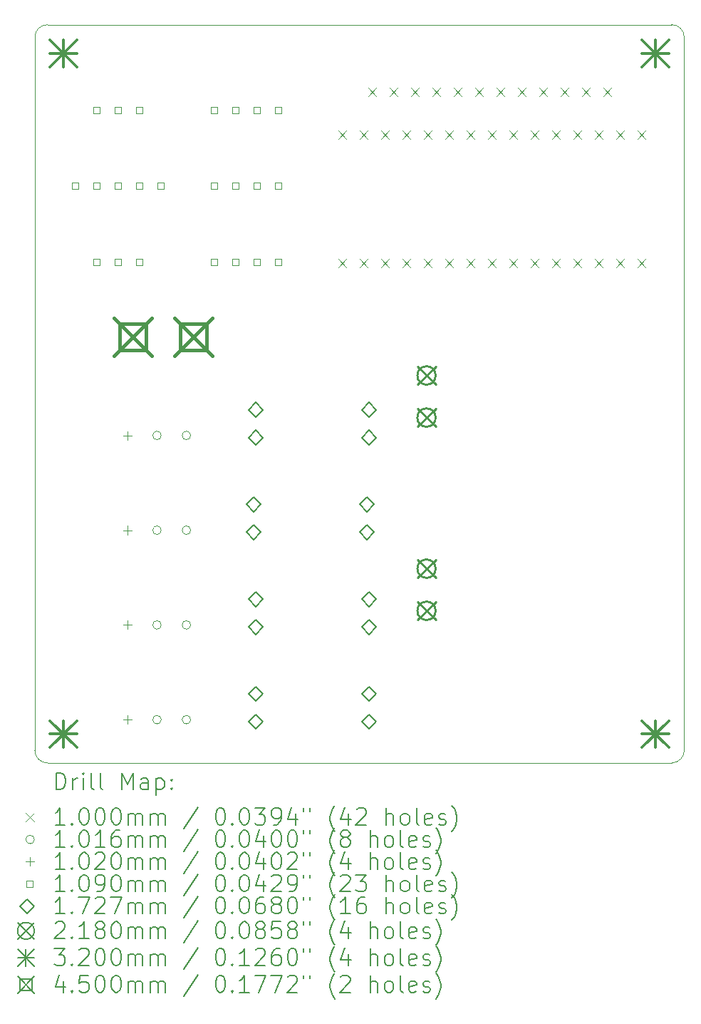
<source format=gbr>
%TF.GenerationSoftware,KiCad,Pcbnew,(6.0.8)*%
%TF.CreationDate,2022-10-29T14:17:21-07:00*%
%TF.ProjectId,unified_elec_steering,756e6966-6965-4645-9f65-6c65635f7374,A*%
%TF.SameCoordinates,Original*%
%TF.FileFunction,Drillmap*%
%TF.FilePolarity,Positive*%
%FSLAX45Y45*%
G04 Gerber Fmt 4.5, Leading zero omitted, Abs format (unit mm)*
G04 Created by KiCad (PCBNEW (6.0.8)) date 2022-10-29 14:17:21*
%MOMM*%
%LPD*%
G01*
G04 APERTURE LIST*
%ADD10C,0.100000*%
%ADD11C,0.200000*%
%ADD12C,0.101600*%
%ADD13C,0.102000*%
%ADD14C,0.109000*%
%ADD15C,0.172720*%
%ADD16C,0.218000*%
%ADD17C,0.320000*%
%ADD18C,0.450000*%
G04 APERTURE END LIST*
D10*
X17348200Y-5534800D02*
G75*
G03*
X17198200Y-5384800I-150000J0D01*
G01*
X17348200Y-14000000D02*
X17348200Y-5534800D01*
X9779540Y-5384800D02*
X17198200Y-5384800D01*
X9779540Y-14150000D02*
X17198200Y-14150000D01*
X9779540Y-5384800D02*
G75*
G03*
X9629540Y-5534800I0J-150000D01*
G01*
X9629540Y-14000000D02*
G75*
G03*
X9779540Y-14150000I150000J0D01*
G01*
X17198200Y-14150000D02*
G75*
G03*
X17348200Y-14000000I0J150000D01*
G01*
X9629540Y-14000000D02*
X9629540Y-5534800D01*
D11*
D10*
X13234200Y-6641920D02*
X13334200Y-6741920D01*
X13334200Y-6641920D02*
X13234200Y-6741920D01*
X13234200Y-8165920D02*
X13334200Y-8265920D01*
X13334200Y-8165920D02*
X13234200Y-8265920D01*
X13488200Y-6641920D02*
X13588200Y-6741920D01*
X13588200Y-6641920D02*
X13488200Y-6741920D01*
X13488200Y-8165920D02*
X13588200Y-8265920D01*
X13588200Y-8165920D02*
X13488200Y-8265920D01*
X13589300Y-6134900D02*
X13689300Y-6234900D01*
X13689300Y-6134900D02*
X13589300Y-6234900D01*
X13742200Y-6641920D02*
X13842200Y-6741920D01*
X13842200Y-6641920D02*
X13742200Y-6741920D01*
X13742200Y-8165920D02*
X13842200Y-8265920D01*
X13842200Y-8165920D02*
X13742200Y-8265920D01*
X13843300Y-6134900D02*
X13943300Y-6234900D01*
X13943300Y-6134900D02*
X13843300Y-6234900D01*
X13996200Y-6641920D02*
X14096200Y-6741920D01*
X14096200Y-6641920D02*
X13996200Y-6741920D01*
X13996200Y-8165920D02*
X14096200Y-8265920D01*
X14096200Y-8165920D02*
X13996200Y-8265920D01*
X14097300Y-6134900D02*
X14197300Y-6234900D01*
X14197300Y-6134900D02*
X14097300Y-6234900D01*
X14250200Y-6641920D02*
X14350200Y-6741920D01*
X14350200Y-6641920D02*
X14250200Y-6741920D01*
X14250200Y-8165920D02*
X14350200Y-8265920D01*
X14350200Y-8165920D02*
X14250200Y-8265920D01*
X14351300Y-6134900D02*
X14451300Y-6234900D01*
X14451300Y-6134900D02*
X14351300Y-6234900D01*
X14504200Y-6641920D02*
X14604200Y-6741920D01*
X14604200Y-6641920D02*
X14504200Y-6741920D01*
X14504200Y-8165920D02*
X14604200Y-8265920D01*
X14604200Y-8165920D02*
X14504200Y-8265920D01*
X14605300Y-6134900D02*
X14705300Y-6234900D01*
X14705300Y-6134900D02*
X14605300Y-6234900D01*
X14758200Y-6641920D02*
X14858200Y-6741920D01*
X14858200Y-6641920D02*
X14758200Y-6741920D01*
X14758200Y-8165920D02*
X14858200Y-8265920D01*
X14858200Y-8165920D02*
X14758200Y-8265920D01*
X14859300Y-6134900D02*
X14959300Y-6234900D01*
X14959300Y-6134900D02*
X14859300Y-6234900D01*
X15012200Y-6641920D02*
X15112200Y-6741920D01*
X15112200Y-6641920D02*
X15012200Y-6741920D01*
X15012200Y-8165920D02*
X15112200Y-8265920D01*
X15112200Y-8165920D02*
X15012200Y-8265920D01*
X15113300Y-6134900D02*
X15213300Y-6234900D01*
X15213300Y-6134900D02*
X15113300Y-6234900D01*
X15266200Y-6641920D02*
X15366200Y-6741920D01*
X15366200Y-6641920D02*
X15266200Y-6741920D01*
X15266200Y-8165920D02*
X15366200Y-8265920D01*
X15366200Y-8165920D02*
X15266200Y-8265920D01*
X15367300Y-6134900D02*
X15467300Y-6234900D01*
X15467300Y-6134900D02*
X15367300Y-6234900D01*
X15520200Y-6641920D02*
X15620200Y-6741920D01*
X15620200Y-6641920D02*
X15520200Y-6741920D01*
X15520200Y-8165920D02*
X15620200Y-8265920D01*
X15620200Y-8165920D02*
X15520200Y-8265920D01*
X15621300Y-6134900D02*
X15721300Y-6234900D01*
X15721300Y-6134900D02*
X15621300Y-6234900D01*
X15774200Y-6641920D02*
X15874200Y-6741920D01*
X15874200Y-6641920D02*
X15774200Y-6741920D01*
X15774200Y-8165920D02*
X15874200Y-8265920D01*
X15874200Y-8165920D02*
X15774200Y-8265920D01*
X15875300Y-6134900D02*
X15975300Y-6234900D01*
X15975300Y-6134900D02*
X15875300Y-6234900D01*
X16028200Y-6641920D02*
X16128200Y-6741920D01*
X16128200Y-6641920D02*
X16028200Y-6741920D01*
X16028200Y-8165920D02*
X16128200Y-8265920D01*
X16128200Y-8165920D02*
X16028200Y-8265920D01*
X16129300Y-6134900D02*
X16229300Y-6234900D01*
X16229300Y-6134900D02*
X16129300Y-6234900D01*
X16282200Y-6641920D02*
X16382200Y-6741920D01*
X16382200Y-6641920D02*
X16282200Y-6741920D01*
X16282200Y-8165920D02*
X16382200Y-8265920D01*
X16382200Y-8165920D02*
X16282200Y-8265920D01*
X16383300Y-6134900D02*
X16483300Y-6234900D01*
X16483300Y-6134900D02*
X16383300Y-6234900D01*
X16536200Y-6641920D02*
X16636200Y-6741920D01*
X16636200Y-6641920D02*
X16536200Y-6741920D01*
X16536200Y-8165920D02*
X16636200Y-8265920D01*
X16636200Y-8165920D02*
X16536200Y-8265920D01*
X16790200Y-6641920D02*
X16890200Y-6741920D01*
X16890200Y-6641920D02*
X16790200Y-6741920D01*
X16790200Y-8165920D02*
X16890200Y-8265920D01*
X16890200Y-8165920D02*
X16790200Y-8265920D01*
D12*
X11132299Y-10261900D02*
G75*
G03*
X11132299Y-10261900I-50800J0D01*
G01*
X11132299Y-11386900D02*
G75*
G03*
X11132299Y-11386900I-50800J0D01*
G01*
X11132299Y-12511900D02*
G75*
G03*
X11132299Y-12511900I-50800J0D01*
G01*
X11132299Y-13636900D02*
G75*
G03*
X11132299Y-13636900I-50800J0D01*
G01*
X11482299Y-10261900D02*
G75*
G03*
X11482299Y-10261900I-50800J0D01*
G01*
X11482299Y-11386900D02*
G75*
G03*
X11482299Y-11386900I-50800J0D01*
G01*
X11482299Y-12511900D02*
G75*
G03*
X11482299Y-12511900I-50800J0D01*
G01*
X11482299Y-13636900D02*
G75*
G03*
X11482299Y-13636900I-50800J0D01*
G01*
D13*
X10731499Y-10210900D02*
X10731499Y-10312900D01*
X10680499Y-10261900D02*
X10782499Y-10261900D01*
X10731499Y-11335900D02*
X10731499Y-11437900D01*
X10680499Y-11386900D02*
X10782499Y-11386900D01*
X10731499Y-12460900D02*
X10731499Y-12562900D01*
X10680499Y-12511900D02*
X10782499Y-12511900D01*
X10731499Y-13585900D02*
X10731499Y-13687900D01*
X10680499Y-13636900D02*
X10782499Y-13636900D01*
D14*
X10147738Y-7338738D02*
X10147738Y-7261662D01*
X10070662Y-7261662D01*
X10070662Y-7338738D01*
X10147738Y-7338738D01*
X10401738Y-6438738D02*
X10401738Y-6361662D01*
X10324662Y-6361662D01*
X10324662Y-6438738D01*
X10401738Y-6438738D01*
X10401738Y-7338738D02*
X10401738Y-7261662D01*
X10324662Y-7261662D01*
X10324662Y-7338738D01*
X10401738Y-7338738D01*
X10401738Y-8238738D02*
X10401738Y-8161662D01*
X10324662Y-8161662D01*
X10324662Y-8238738D01*
X10401738Y-8238738D01*
X10655738Y-6438738D02*
X10655738Y-6361662D01*
X10578662Y-6361662D01*
X10578662Y-6438738D01*
X10655738Y-6438738D01*
X10655738Y-7338738D02*
X10655738Y-7261662D01*
X10578662Y-7261662D01*
X10578662Y-7338738D01*
X10655738Y-7338738D01*
X10655738Y-8238738D02*
X10655738Y-8161662D01*
X10578662Y-8161662D01*
X10578662Y-8238738D01*
X10655738Y-8238738D01*
X10909738Y-6438738D02*
X10909738Y-6361662D01*
X10832662Y-6361662D01*
X10832662Y-6438738D01*
X10909738Y-6438738D01*
X10909738Y-7338738D02*
X10909738Y-7261662D01*
X10832662Y-7261662D01*
X10832662Y-7338738D01*
X10909738Y-7338738D01*
X10909738Y-8238738D02*
X10909738Y-8161662D01*
X10832662Y-8161662D01*
X10832662Y-8238738D01*
X10909738Y-8238738D01*
X11163738Y-7338738D02*
X11163738Y-7261662D01*
X11086662Y-7261662D01*
X11086662Y-7338738D01*
X11163738Y-7338738D01*
X11798738Y-6439338D02*
X11798738Y-6362262D01*
X11721662Y-6362262D01*
X11721662Y-6439338D01*
X11798738Y-6439338D01*
X11798738Y-7339338D02*
X11798738Y-7262262D01*
X11721662Y-7262262D01*
X11721662Y-7339338D01*
X11798738Y-7339338D01*
X11798738Y-8239338D02*
X11798738Y-8162262D01*
X11721662Y-8162262D01*
X11721662Y-8239338D01*
X11798738Y-8239338D01*
X12052738Y-6439338D02*
X12052738Y-6362262D01*
X11975662Y-6362262D01*
X11975662Y-6439338D01*
X12052738Y-6439338D01*
X12052738Y-7339338D02*
X12052738Y-7262262D01*
X11975662Y-7262262D01*
X11975662Y-7339338D01*
X12052738Y-7339338D01*
X12052738Y-8239338D02*
X12052738Y-8162262D01*
X11975662Y-8162262D01*
X11975662Y-8239338D01*
X12052738Y-8239338D01*
X12306738Y-6439338D02*
X12306738Y-6362262D01*
X12229662Y-6362262D01*
X12229662Y-6439338D01*
X12306738Y-6439338D01*
X12306738Y-7339338D02*
X12306738Y-7262262D01*
X12229662Y-7262262D01*
X12229662Y-7339338D01*
X12306738Y-7339338D01*
X12306738Y-8239338D02*
X12306738Y-8162262D01*
X12229662Y-8162262D01*
X12229662Y-8239338D01*
X12306738Y-8239338D01*
X12560738Y-6439338D02*
X12560738Y-6362262D01*
X12483662Y-6362262D01*
X12483662Y-6439338D01*
X12560738Y-6439338D01*
X12560738Y-7339338D02*
X12560738Y-7262262D01*
X12483662Y-7262262D01*
X12483662Y-7339338D01*
X12560738Y-7339338D01*
X12560738Y-8239338D02*
X12560738Y-8162262D01*
X12483662Y-8162262D01*
X12483662Y-8239338D01*
X12560738Y-8239338D01*
D15*
X12230100Y-11168160D02*
X12316460Y-11081800D01*
X12230100Y-10995440D01*
X12143740Y-11081800D01*
X12230100Y-11168160D01*
X12230100Y-11498360D02*
X12316460Y-11412000D01*
X12230100Y-11325640D01*
X12143740Y-11412000D01*
X12230100Y-11498360D01*
X12255500Y-10043160D02*
X12341860Y-9956800D01*
X12255500Y-9870440D01*
X12169140Y-9956800D01*
X12255500Y-10043160D01*
X12255500Y-10373360D02*
X12341860Y-10287000D01*
X12255500Y-10200640D01*
X12169140Y-10287000D01*
X12255500Y-10373360D01*
X12255500Y-12293160D02*
X12341860Y-12206800D01*
X12255500Y-12120440D01*
X12169140Y-12206800D01*
X12255500Y-12293160D01*
X12255500Y-12623360D02*
X12341860Y-12537000D01*
X12255500Y-12450640D01*
X12169140Y-12537000D01*
X12255500Y-12623360D01*
X12255500Y-13418160D02*
X12341860Y-13331800D01*
X12255500Y-13245440D01*
X12169140Y-13331800D01*
X12255500Y-13418160D01*
X12255500Y-13748360D02*
X12341860Y-13662000D01*
X12255500Y-13575640D01*
X12169140Y-13662000D01*
X12255500Y-13748360D01*
X13576300Y-11168160D02*
X13662660Y-11081800D01*
X13576300Y-10995440D01*
X13489940Y-11081800D01*
X13576300Y-11168160D01*
X13576300Y-11498360D02*
X13662660Y-11412000D01*
X13576300Y-11325640D01*
X13489940Y-11412000D01*
X13576300Y-11498360D01*
X13601700Y-10043160D02*
X13688060Y-9956800D01*
X13601700Y-9870440D01*
X13515340Y-9956800D01*
X13601700Y-10043160D01*
X13601700Y-10373360D02*
X13688060Y-10287000D01*
X13601700Y-10200640D01*
X13515340Y-10287000D01*
X13601700Y-10373360D01*
X13601700Y-12293160D02*
X13688060Y-12206800D01*
X13601700Y-12120440D01*
X13515340Y-12206800D01*
X13601700Y-12293160D01*
X13601700Y-12623360D02*
X13688060Y-12537000D01*
X13601700Y-12450640D01*
X13515340Y-12537000D01*
X13601700Y-12623360D01*
X13601700Y-13418160D02*
X13688060Y-13331800D01*
X13601700Y-13245440D01*
X13515340Y-13331800D01*
X13601700Y-13418160D01*
X13601700Y-13748360D02*
X13688060Y-13662000D01*
X13601700Y-13575640D01*
X13515340Y-13662000D01*
X13601700Y-13748360D01*
D16*
X14176000Y-9440824D02*
X14394000Y-9658824D01*
X14394000Y-9440824D02*
X14176000Y-9658824D01*
X14394000Y-9549824D02*
G75*
G03*
X14394000Y-9549824I-109000J0D01*
G01*
X14176000Y-9940824D02*
X14394000Y-10158824D01*
X14394000Y-9940824D02*
X14176000Y-10158824D01*
X14394000Y-10049824D02*
G75*
G03*
X14394000Y-10049824I-109000J0D01*
G01*
X14176000Y-11734824D02*
X14394000Y-11952824D01*
X14394000Y-11734824D02*
X14176000Y-11952824D01*
X14394000Y-11843824D02*
G75*
G03*
X14394000Y-11843824I-109000J0D01*
G01*
X14176000Y-12234824D02*
X14394000Y-12452824D01*
X14394000Y-12234824D02*
X14176000Y-12452824D01*
X14394000Y-12343824D02*
G75*
G03*
X14394000Y-12343824I-109000J0D01*
G01*
D17*
X9812040Y-5567700D02*
X10132040Y-5887700D01*
X10132040Y-5567700D02*
X9812040Y-5887700D01*
X9972040Y-5567700D02*
X9972040Y-5887700D01*
X9812040Y-5727700D02*
X10132040Y-5727700D01*
X9812040Y-13647500D02*
X10132040Y-13967500D01*
X10132040Y-13647500D02*
X9812040Y-13967500D01*
X9972040Y-13647500D02*
X9972040Y-13967500D01*
X9812040Y-13807500D02*
X10132040Y-13807500D01*
X16845700Y-5567300D02*
X17165700Y-5887300D01*
X17165700Y-5567300D02*
X16845700Y-5887300D01*
X17005700Y-5567300D02*
X17005700Y-5887300D01*
X16845700Y-5727300D02*
X17165700Y-5727300D01*
X16845700Y-13647500D02*
X17165700Y-13967500D01*
X17165700Y-13647500D02*
X16845700Y-13967500D01*
X17005700Y-13647500D02*
X17005700Y-13967500D01*
X16845700Y-13807500D02*
X17165700Y-13807500D01*
D18*
X10569500Y-8868200D02*
X11019500Y-9318200D01*
X11019500Y-8868200D02*
X10569500Y-9318200D01*
X10953601Y-9252301D02*
X10953601Y-8934099D01*
X10635399Y-8934099D01*
X10635399Y-9252301D01*
X10953601Y-9252301D01*
X11289500Y-8868200D02*
X11739500Y-9318200D01*
X11739500Y-8868200D02*
X11289500Y-9318200D01*
X11673601Y-9252301D02*
X11673601Y-8934099D01*
X11355399Y-8934099D01*
X11355399Y-9252301D01*
X11673601Y-9252301D01*
D11*
X9882159Y-14465476D02*
X9882159Y-14265476D01*
X9929778Y-14265476D01*
X9958350Y-14275000D01*
X9977397Y-14294048D01*
X9986921Y-14313095D01*
X9996445Y-14351190D01*
X9996445Y-14379762D01*
X9986921Y-14417857D01*
X9977397Y-14436905D01*
X9958350Y-14455952D01*
X9929778Y-14465476D01*
X9882159Y-14465476D01*
X10082159Y-14465476D02*
X10082159Y-14332143D01*
X10082159Y-14370238D02*
X10091683Y-14351190D01*
X10101207Y-14341667D01*
X10120254Y-14332143D01*
X10139302Y-14332143D01*
X10205969Y-14465476D02*
X10205969Y-14332143D01*
X10205969Y-14265476D02*
X10196445Y-14275000D01*
X10205969Y-14284524D01*
X10215492Y-14275000D01*
X10205969Y-14265476D01*
X10205969Y-14284524D01*
X10329778Y-14465476D02*
X10310730Y-14455952D01*
X10301207Y-14436905D01*
X10301207Y-14265476D01*
X10434540Y-14465476D02*
X10415492Y-14455952D01*
X10405969Y-14436905D01*
X10405969Y-14265476D01*
X10663111Y-14465476D02*
X10663111Y-14265476D01*
X10729778Y-14408333D01*
X10796445Y-14265476D01*
X10796445Y-14465476D01*
X10977397Y-14465476D02*
X10977397Y-14360714D01*
X10967873Y-14341667D01*
X10948826Y-14332143D01*
X10910730Y-14332143D01*
X10891683Y-14341667D01*
X10977397Y-14455952D02*
X10958350Y-14465476D01*
X10910730Y-14465476D01*
X10891683Y-14455952D01*
X10882159Y-14436905D01*
X10882159Y-14417857D01*
X10891683Y-14398809D01*
X10910730Y-14389286D01*
X10958350Y-14389286D01*
X10977397Y-14379762D01*
X11072635Y-14332143D02*
X11072635Y-14532143D01*
X11072635Y-14341667D02*
X11091683Y-14332143D01*
X11129778Y-14332143D01*
X11148826Y-14341667D01*
X11158350Y-14351190D01*
X11167873Y-14370238D01*
X11167873Y-14427381D01*
X11158350Y-14446428D01*
X11148826Y-14455952D01*
X11129778Y-14465476D01*
X11091683Y-14465476D01*
X11072635Y-14455952D01*
X11253588Y-14446428D02*
X11263111Y-14455952D01*
X11253588Y-14465476D01*
X11244064Y-14455952D01*
X11253588Y-14446428D01*
X11253588Y-14465476D01*
X11253588Y-14341667D02*
X11263111Y-14351190D01*
X11253588Y-14360714D01*
X11244064Y-14351190D01*
X11253588Y-14341667D01*
X11253588Y-14360714D01*
D10*
X9524540Y-14745000D02*
X9624540Y-14845000D01*
X9624540Y-14745000D02*
X9524540Y-14845000D01*
D11*
X9986921Y-14885476D02*
X9872635Y-14885476D01*
X9929778Y-14885476D02*
X9929778Y-14685476D01*
X9910730Y-14714048D01*
X9891683Y-14733095D01*
X9872635Y-14742619D01*
X10072635Y-14866428D02*
X10082159Y-14875952D01*
X10072635Y-14885476D01*
X10063111Y-14875952D01*
X10072635Y-14866428D01*
X10072635Y-14885476D01*
X10205969Y-14685476D02*
X10225016Y-14685476D01*
X10244064Y-14695000D01*
X10253588Y-14704524D01*
X10263111Y-14723571D01*
X10272635Y-14761667D01*
X10272635Y-14809286D01*
X10263111Y-14847381D01*
X10253588Y-14866428D01*
X10244064Y-14875952D01*
X10225016Y-14885476D01*
X10205969Y-14885476D01*
X10186921Y-14875952D01*
X10177397Y-14866428D01*
X10167873Y-14847381D01*
X10158350Y-14809286D01*
X10158350Y-14761667D01*
X10167873Y-14723571D01*
X10177397Y-14704524D01*
X10186921Y-14695000D01*
X10205969Y-14685476D01*
X10396445Y-14685476D02*
X10415492Y-14685476D01*
X10434540Y-14695000D01*
X10444064Y-14704524D01*
X10453588Y-14723571D01*
X10463111Y-14761667D01*
X10463111Y-14809286D01*
X10453588Y-14847381D01*
X10444064Y-14866428D01*
X10434540Y-14875952D01*
X10415492Y-14885476D01*
X10396445Y-14885476D01*
X10377397Y-14875952D01*
X10367873Y-14866428D01*
X10358350Y-14847381D01*
X10348826Y-14809286D01*
X10348826Y-14761667D01*
X10358350Y-14723571D01*
X10367873Y-14704524D01*
X10377397Y-14695000D01*
X10396445Y-14685476D01*
X10586921Y-14685476D02*
X10605969Y-14685476D01*
X10625016Y-14695000D01*
X10634540Y-14704524D01*
X10644064Y-14723571D01*
X10653588Y-14761667D01*
X10653588Y-14809286D01*
X10644064Y-14847381D01*
X10634540Y-14866428D01*
X10625016Y-14875952D01*
X10605969Y-14885476D01*
X10586921Y-14885476D01*
X10567873Y-14875952D01*
X10558350Y-14866428D01*
X10548826Y-14847381D01*
X10539302Y-14809286D01*
X10539302Y-14761667D01*
X10548826Y-14723571D01*
X10558350Y-14704524D01*
X10567873Y-14695000D01*
X10586921Y-14685476D01*
X10739302Y-14885476D02*
X10739302Y-14752143D01*
X10739302Y-14771190D02*
X10748826Y-14761667D01*
X10767873Y-14752143D01*
X10796445Y-14752143D01*
X10815492Y-14761667D01*
X10825016Y-14780714D01*
X10825016Y-14885476D01*
X10825016Y-14780714D02*
X10834540Y-14761667D01*
X10853588Y-14752143D01*
X10882159Y-14752143D01*
X10901207Y-14761667D01*
X10910730Y-14780714D01*
X10910730Y-14885476D01*
X11005969Y-14885476D02*
X11005969Y-14752143D01*
X11005969Y-14771190D02*
X11015492Y-14761667D01*
X11034540Y-14752143D01*
X11063111Y-14752143D01*
X11082159Y-14761667D01*
X11091683Y-14780714D01*
X11091683Y-14885476D01*
X11091683Y-14780714D02*
X11101207Y-14761667D01*
X11120254Y-14752143D01*
X11148826Y-14752143D01*
X11167873Y-14761667D01*
X11177397Y-14780714D01*
X11177397Y-14885476D01*
X11567873Y-14675952D02*
X11396445Y-14933095D01*
X11825016Y-14685476D02*
X11844064Y-14685476D01*
X11863111Y-14695000D01*
X11872635Y-14704524D01*
X11882159Y-14723571D01*
X11891683Y-14761667D01*
X11891683Y-14809286D01*
X11882159Y-14847381D01*
X11872635Y-14866428D01*
X11863111Y-14875952D01*
X11844064Y-14885476D01*
X11825016Y-14885476D01*
X11805968Y-14875952D01*
X11796445Y-14866428D01*
X11786921Y-14847381D01*
X11777397Y-14809286D01*
X11777397Y-14761667D01*
X11786921Y-14723571D01*
X11796445Y-14704524D01*
X11805968Y-14695000D01*
X11825016Y-14685476D01*
X11977397Y-14866428D02*
X11986921Y-14875952D01*
X11977397Y-14885476D01*
X11967873Y-14875952D01*
X11977397Y-14866428D01*
X11977397Y-14885476D01*
X12110730Y-14685476D02*
X12129778Y-14685476D01*
X12148826Y-14695000D01*
X12158349Y-14704524D01*
X12167873Y-14723571D01*
X12177397Y-14761667D01*
X12177397Y-14809286D01*
X12167873Y-14847381D01*
X12158349Y-14866428D01*
X12148826Y-14875952D01*
X12129778Y-14885476D01*
X12110730Y-14885476D01*
X12091683Y-14875952D01*
X12082159Y-14866428D01*
X12072635Y-14847381D01*
X12063111Y-14809286D01*
X12063111Y-14761667D01*
X12072635Y-14723571D01*
X12082159Y-14704524D01*
X12091683Y-14695000D01*
X12110730Y-14685476D01*
X12244064Y-14685476D02*
X12367873Y-14685476D01*
X12301207Y-14761667D01*
X12329778Y-14761667D01*
X12348826Y-14771190D01*
X12358349Y-14780714D01*
X12367873Y-14799762D01*
X12367873Y-14847381D01*
X12358349Y-14866428D01*
X12348826Y-14875952D01*
X12329778Y-14885476D01*
X12272635Y-14885476D01*
X12253588Y-14875952D01*
X12244064Y-14866428D01*
X12463111Y-14885476D02*
X12501207Y-14885476D01*
X12520254Y-14875952D01*
X12529778Y-14866428D01*
X12548826Y-14837857D01*
X12558349Y-14799762D01*
X12558349Y-14723571D01*
X12548826Y-14704524D01*
X12539302Y-14695000D01*
X12520254Y-14685476D01*
X12482159Y-14685476D01*
X12463111Y-14695000D01*
X12453588Y-14704524D01*
X12444064Y-14723571D01*
X12444064Y-14771190D01*
X12453588Y-14790238D01*
X12463111Y-14799762D01*
X12482159Y-14809286D01*
X12520254Y-14809286D01*
X12539302Y-14799762D01*
X12548826Y-14790238D01*
X12558349Y-14771190D01*
X12729778Y-14752143D02*
X12729778Y-14885476D01*
X12682159Y-14675952D02*
X12634540Y-14818809D01*
X12758349Y-14818809D01*
X12825016Y-14685476D02*
X12825016Y-14723571D01*
X12901207Y-14685476D02*
X12901207Y-14723571D01*
X13196445Y-14961667D02*
X13186921Y-14952143D01*
X13167873Y-14923571D01*
X13158349Y-14904524D01*
X13148826Y-14875952D01*
X13139302Y-14828333D01*
X13139302Y-14790238D01*
X13148826Y-14742619D01*
X13158349Y-14714048D01*
X13167873Y-14695000D01*
X13186921Y-14666428D01*
X13196445Y-14656905D01*
X13358349Y-14752143D02*
X13358349Y-14885476D01*
X13310730Y-14675952D02*
X13263111Y-14818809D01*
X13386921Y-14818809D01*
X13453588Y-14704524D02*
X13463111Y-14695000D01*
X13482159Y-14685476D01*
X13529778Y-14685476D01*
X13548826Y-14695000D01*
X13558349Y-14704524D01*
X13567873Y-14723571D01*
X13567873Y-14742619D01*
X13558349Y-14771190D01*
X13444064Y-14885476D01*
X13567873Y-14885476D01*
X13805968Y-14885476D02*
X13805968Y-14685476D01*
X13891683Y-14885476D02*
X13891683Y-14780714D01*
X13882159Y-14761667D01*
X13863111Y-14752143D01*
X13834540Y-14752143D01*
X13815492Y-14761667D01*
X13805968Y-14771190D01*
X14015492Y-14885476D02*
X13996445Y-14875952D01*
X13986921Y-14866428D01*
X13977397Y-14847381D01*
X13977397Y-14790238D01*
X13986921Y-14771190D01*
X13996445Y-14761667D01*
X14015492Y-14752143D01*
X14044064Y-14752143D01*
X14063111Y-14761667D01*
X14072635Y-14771190D01*
X14082159Y-14790238D01*
X14082159Y-14847381D01*
X14072635Y-14866428D01*
X14063111Y-14875952D01*
X14044064Y-14885476D01*
X14015492Y-14885476D01*
X14196445Y-14885476D02*
X14177397Y-14875952D01*
X14167873Y-14856905D01*
X14167873Y-14685476D01*
X14348826Y-14875952D02*
X14329778Y-14885476D01*
X14291683Y-14885476D01*
X14272635Y-14875952D01*
X14263111Y-14856905D01*
X14263111Y-14780714D01*
X14272635Y-14761667D01*
X14291683Y-14752143D01*
X14329778Y-14752143D01*
X14348826Y-14761667D01*
X14358349Y-14780714D01*
X14358349Y-14799762D01*
X14263111Y-14818809D01*
X14434540Y-14875952D02*
X14453588Y-14885476D01*
X14491683Y-14885476D01*
X14510730Y-14875952D01*
X14520254Y-14856905D01*
X14520254Y-14847381D01*
X14510730Y-14828333D01*
X14491683Y-14818809D01*
X14463111Y-14818809D01*
X14444064Y-14809286D01*
X14434540Y-14790238D01*
X14434540Y-14780714D01*
X14444064Y-14761667D01*
X14463111Y-14752143D01*
X14491683Y-14752143D01*
X14510730Y-14761667D01*
X14586921Y-14961667D02*
X14596445Y-14952143D01*
X14615492Y-14923571D01*
X14625016Y-14904524D01*
X14634540Y-14875952D01*
X14644064Y-14828333D01*
X14644064Y-14790238D01*
X14634540Y-14742619D01*
X14625016Y-14714048D01*
X14615492Y-14695000D01*
X14596445Y-14666428D01*
X14586921Y-14656905D01*
D12*
X9624540Y-15059000D02*
G75*
G03*
X9624540Y-15059000I-50800J0D01*
G01*
D11*
X9986921Y-15149476D02*
X9872635Y-15149476D01*
X9929778Y-15149476D02*
X9929778Y-14949476D01*
X9910730Y-14978048D01*
X9891683Y-14997095D01*
X9872635Y-15006619D01*
X10072635Y-15130428D02*
X10082159Y-15139952D01*
X10072635Y-15149476D01*
X10063111Y-15139952D01*
X10072635Y-15130428D01*
X10072635Y-15149476D01*
X10205969Y-14949476D02*
X10225016Y-14949476D01*
X10244064Y-14959000D01*
X10253588Y-14968524D01*
X10263111Y-14987571D01*
X10272635Y-15025667D01*
X10272635Y-15073286D01*
X10263111Y-15111381D01*
X10253588Y-15130428D01*
X10244064Y-15139952D01*
X10225016Y-15149476D01*
X10205969Y-15149476D01*
X10186921Y-15139952D01*
X10177397Y-15130428D01*
X10167873Y-15111381D01*
X10158350Y-15073286D01*
X10158350Y-15025667D01*
X10167873Y-14987571D01*
X10177397Y-14968524D01*
X10186921Y-14959000D01*
X10205969Y-14949476D01*
X10463111Y-15149476D02*
X10348826Y-15149476D01*
X10405969Y-15149476D02*
X10405969Y-14949476D01*
X10386921Y-14978048D01*
X10367873Y-14997095D01*
X10348826Y-15006619D01*
X10634540Y-14949476D02*
X10596445Y-14949476D01*
X10577397Y-14959000D01*
X10567873Y-14968524D01*
X10548826Y-14997095D01*
X10539302Y-15035190D01*
X10539302Y-15111381D01*
X10548826Y-15130428D01*
X10558350Y-15139952D01*
X10577397Y-15149476D01*
X10615492Y-15149476D01*
X10634540Y-15139952D01*
X10644064Y-15130428D01*
X10653588Y-15111381D01*
X10653588Y-15063762D01*
X10644064Y-15044714D01*
X10634540Y-15035190D01*
X10615492Y-15025667D01*
X10577397Y-15025667D01*
X10558350Y-15035190D01*
X10548826Y-15044714D01*
X10539302Y-15063762D01*
X10739302Y-15149476D02*
X10739302Y-15016143D01*
X10739302Y-15035190D02*
X10748826Y-15025667D01*
X10767873Y-15016143D01*
X10796445Y-15016143D01*
X10815492Y-15025667D01*
X10825016Y-15044714D01*
X10825016Y-15149476D01*
X10825016Y-15044714D02*
X10834540Y-15025667D01*
X10853588Y-15016143D01*
X10882159Y-15016143D01*
X10901207Y-15025667D01*
X10910730Y-15044714D01*
X10910730Y-15149476D01*
X11005969Y-15149476D02*
X11005969Y-15016143D01*
X11005969Y-15035190D02*
X11015492Y-15025667D01*
X11034540Y-15016143D01*
X11063111Y-15016143D01*
X11082159Y-15025667D01*
X11091683Y-15044714D01*
X11091683Y-15149476D01*
X11091683Y-15044714D02*
X11101207Y-15025667D01*
X11120254Y-15016143D01*
X11148826Y-15016143D01*
X11167873Y-15025667D01*
X11177397Y-15044714D01*
X11177397Y-15149476D01*
X11567873Y-14939952D02*
X11396445Y-15197095D01*
X11825016Y-14949476D02*
X11844064Y-14949476D01*
X11863111Y-14959000D01*
X11872635Y-14968524D01*
X11882159Y-14987571D01*
X11891683Y-15025667D01*
X11891683Y-15073286D01*
X11882159Y-15111381D01*
X11872635Y-15130428D01*
X11863111Y-15139952D01*
X11844064Y-15149476D01*
X11825016Y-15149476D01*
X11805968Y-15139952D01*
X11796445Y-15130428D01*
X11786921Y-15111381D01*
X11777397Y-15073286D01*
X11777397Y-15025667D01*
X11786921Y-14987571D01*
X11796445Y-14968524D01*
X11805968Y-14959000D01*
X11825016Y-14949476D01*
X11977397Y-15130428D02*
X11986921Y-15139952D01*
X11977397Y-15149476D01*
X11967873Y-15139952D01*
X11977397Y-15130428D01*
X11977397Y-15149476D01*
X12110730Y-14949476D02*
X12129778Y-14949476D01*
X12148826Y-14959000D01*
X12158349Y-14968524D01*
X12167873Y-14987571D01*
X12177397Y-15025667D01*
X12177397Y-15073286D01*
X12167873Y-15111381D01*
X12158349Y-15130428D01*
X12148826Y-15139952D01*
X12129778Y-15149476D01*
X12110730Y-15149476D01*
X12091683Y-15139952D01*
X12082159Y-15130428D01*
X12072635Y-15111381D01*
X12063111Y-15073286D01*
X12063111Y-15025667D01*
X12072635Y-14987571D01*
X12082159Y-14968524D01*
X12091683Y-14959000D01*
X12110730Y-14949476D01*
X12348826Y-15016143D02*
X12348826Y-15149476D01*
X12301207Y-14939952D02*
X12253588Y-15082809D01*
X12377397Y-15082809D01*
X12491683Y-14949476D02*
X12510730Y-14949476D01*
X12529778Y-14959000D01*
X12539302Y-14968524D01*
X12548826Y-14987571D01*
X12558349Y-15025667D01*
X12558349Y-15073286D01*
X12548826Y-15111381D01*
X12539302Y-15130428D01*
X12529778Y-15139952D01*
X12510730Y-15149476D01*
X12491683Y-15149476D01*
X12472635Y-15139952D01*
X12463111Y-15130428D01*
X12453588Y-15111381D01*
X12444064Y-15073286D01*
X12444064Y-15025667D01*
X12453588Y-14987571D01*
X12463111Y-14968524D01*
X12472635Y-14959000D01*
X12491683Y-14949476D01*
X12682159Y-14949476D02*
X12701207Y-14949476D01*
X12720254Y-14959000D01*
X12729778Y-14968524D01*
X12739302Y-14987571D01*
X12748826Y-15025667D01*
X12748826Y-15073286D01*
X12739302Y-15111381D01*
X12729778Y-15130428D01*
X12720254Y-15139952D01*
X12701207Y-15149476D01*
X12682159Y-15149476D01*
X12663111Y-15139952D01*
X12653588Y-15130428D01*
X12644064Y-15111381D01*
X12634540Y-15073286D01*
X12634540Y-15025667D01*
X12644064Y-14987571D01*
X12653588Y-14968524D01*
X12663111Y-14959000D01*
X12682159Y-14949476D01*
X12825016Y-14949476D02*
X12825016Y-14987571D01*
X12901207Y-14949476D02*
X12901207Y-14987571D01*
X13196445Y-15225667D02*
X13186921Y-15216143D01*
X13167873Y-15187571D01*
X13158349Y-15168524D01*
X13148826Y-15139952D01*
X13139302Y-15092333D01*
X13139302Y-15054238D01*
X13148826Y-15006619D01*
X13158349Y-14978048D01*
X13167873Y-14959000D01*
X13186921Y-14930428D01*
X13196445Y-14920905D01*
X13301207Y-15035190D02*
X13282159Y-15025667D01*
X13272635Y-15016143D01*
X13263111Y-14997095D01*
X13263111Y-14987571D01*
X13272635Y-14968524D01*
X13282159Y-14959000D01*
X13301207Y-14949476D01*
X13339302Y-14949476D01*
X13358349Y-14959000D01*
X13367873Y-14968524D01*
X13377397Y-14987571D01*
X13377397Y-14997095D01*
X13367873Y-15016143D01*
X13358349Y-15025667D01*
X13339302Y-15035190D01*
X13301207Y-15035190D01*
X13282159Y-15044714D01*
X13272635Y-15054238D01*
X13263111Y-15073286D01*
X13263111Y-15111381D01*
X13272635Y-15130428D01*
X13282159Y-15139952D01*
X13301207Y-15149476D01*
X13339302Y-15149476D01*
X13358349Y-15139952D01*
X13367873Y-15130428D01*
X13377397Y-15111381D01*
X13377397Y-15073286D01*
X13367873Y-15054238D01*
X13358349Y-15044714D01*
X13339302Y-15035190D01*
X13615492Y-15149476D02*
X13615492Y-14949476D01*
X13701207Y-15149476D02*
X13701207Y-15044714D01*
X13691683Y-15025667D01*
X13672635Y-15016143D01*
X13644064Y-15016143D01*
X13625016Y-15025667D01*
X13615492Y-15035190D01*
X13825016Y-15149476D02*
X13805968Y-15139952D01*
X13796445Y-15130428D01*
X13786921Y-15111381D01*
X13786921Y-15054238D01*
X13796445Y-15035190D01*
X13805968Y-15025667D01*
X13825016Y-15016143D01*
X13853588Y-15016143D01*
X13872635Y-15025667D01*
X13882159Y-15035190D01*
X13891683Y-15054238D01*
X13891683Y-15111381D01*
X13882159Y-15130428D01*
X13872635Y-15139952D01*
X13853588Y-15149476D01*
X13825016Y-15149476D01*
X14005968Y-15149476D02*
X13986921Y-15139952D01*
X13977397Y-15120905D01*
X13977397Y-14949476D01*
X14158349Y-15139952D02*
X14139302Y-15149476D01*
X14101207Y-15149476D01*
X14082159Y-15139952D01*
X14072635Y-15120905D01*
X14072635Y-15044714D01*
X14082159Y-15025667D01*
X14101207Y-15016143D01*
X14139302Y-15016143D01*
X14158349Y-15025667D01*
X14167873Y-15044714D01*
X14167873Y-15063762D01*
X14072635Y-15082809D01*
X14244064Y-15139952D02*
X14263111Y-15149476D01*
X14301207Y-15149476D01*
X14320254Y-15139952D01*
X14329778Y-15120905D01*
X14329778Y-15111381D01*
X14320254Y-15092333D01*
X14301207Y-15082809D01*
X14272635Y-15082809D01*
X14253588Y-15073286D01*
X14244064Y-15054238D01*
X14244064Y-15044714D01*
X14253588Y-15025667D01*
X14272635Y-15016143D01*
X14301207Y-15016143D01*
X14320254Y-15025667D01*
X14396445Y-15225667D02*
X14405968Y-15216143D01*
X14425016Y-15187571D01*
X14434540Y-15168524D01*
X14444064Y-15139952D01*
X14453588Y-15092333D01*
X14453588Y-15054238D01*
X14444064Y-15006619D01*
X14434540Y-14978048D01*
X14425016Y-14959000D01*
X14405968Y-14930428D01*
X14396445Y-14920905D01*
D13*
X9573540Y-15272000D02*
X9573540Y-15374000D01*
X9522540Y-15323000D02*
X9624540Y-15323000D01*
D11*
X9986921Y-15413476D02*
X9872635Y-15413476D01*
X9929778Y-15413476D02*
X9929778Y-15213476D01*
X9910730Y-15242048D01*
X9891683Y-15261095D01*
X9872635Y-15270619D01*
X10072635Y-15394428D02*
X10082159Y-15403952D01*
X10072635Y-15413476D01*
X10063111Y-15403952D01*
X10072635Y-15394428D01*
X10072635Y-15413476D01*
X10205969Y-15213476D02*
X10225016Y-15213476D01*
X10244064Y-15223000D01*
X10253588Y-15232524D01*
X10263111Y-15251571D01*
X10272635Y-15289667D01*
X10272635Y-15337286D01*
X10263111Y-15375381D01*
X10253588Y-15394428D01*
X10244064Y-15403952D01*
X10225016Y-15413476D01*
X10205969Y-15413476D01*
X10186921Y-15403952D01*
X10177397Y-15394428D01*
X10167873Y-15375381D01*
X10158350Y-15337286D01*
X10158350Y-15289667D01*
X10167873Y-15251571D01*
X10177397Y-15232524D01*
X10186921Y-15223000D01*
X10205969Y-15213476D01*
X10348826Y-15232524D02*
X10358350Y-15223000D01*
X10377397Y-15213476D01*
X10425016Y-15213476D01*
X10444064Y-15223000D01*
X10453588Y-15232524D01*
X10463111Y-15251571D01*
X10463111Y-15270619D01*
X10453588Y-15299190D01*
X10339302Y-15413476D01*
X10463111Y-15413476D01*
X10586921Y-15213476D02*
X10605969Y-15213476D01*
X10625016Y-15223000D01*
X10634540Y-15232524D01*
X10644064Y-15251571D01*
X10653588Y-15289667D01*
X10653588Y-15337286D01*
X10644064Y-15375381D01*
X10634540Y-15394428D01*
X10625016Y-15403952D01*
X10605969Y-15413476D01*
X10586921Y-15413476D01*
X10567873Y-15403952D01*
X10558350Y-15394428D01*
X10548826Y-15375381D01*
X10539302Y-15337286D01*
X10539302Y-15289667D01*
X10548826Y-15251571D01*
X10558350Y-15232524D01*
X10567873Y-15223000D01*
X10586921Y-15213476D01*
X10739302Y-15413476D02*
X10739302Y-15280143D01*
X10739302Y-15299190D02*
X10748826Y-15289667D01*
X10767873Y-15280143D01*
X10796445Y-15280143D01*
X10815492Y-15289667D01*
X10825016Y-15308714D01*
X10825016Y-15413476D01*
X10825016Y-15308714D02*
X10834540Y-15289667D01*
X10853588Y-15280143D01*
X10882159Y-15280143D01*
X10901207Y-15289667D01*
X10910730Y-15308714D01*
X10910730Y-15413476D01*
X11005969Y-15413476D02*
X11005969Y-15280143D01*
X11005969Y-15299190D02*
X11015492Y-15289667D01*
X11034540Y-15280143D01*
X11063111Y-15280143D01*
X11082159Y-15289667D01*
X11091683Y-15308714D01*
X11091683Y-15413476D01*
X11091683Y-15308714D02*
X11101207Y-15289667D01*
X11120254Y-15280143D01*
X11148826Y-15280143D01*
X11167873Y-15289667D01*
X11177397Y-15308714D01*
X11177397Y-15413476D01*
X11567873Y-15203952D02*
X11396445Y-15461095D01*
X11825016Y-15213476D02*
X11844064Y-15213476D01*
X11863111Y-15223000D01*
X11872635Y-15232524D01*
X11882159Y-15251571D01*
X11891683Y-15289667D01*
X11891683Y-15337286D01*
X11882159Y-15375381D01*
X11872635Y-15394428D01*
X11863111Y-15403952D01*
X11844064Y-15413476D01*
X11825016Y-15413476D01*
X11805968Y-15403952D01*
X11796445Y-15394428D01*
X11786921Y-15375381D01*
X11777397Y-15337286D01*
X11777397Y-15289667D01*
X11786921Y-15251571D01*
X11796445Y-15232524D01*
X11805968Y-15223000D01*
X11825016Y-15213476D01*
X11977397Y-15394428D02*
X11986921Y-15403952D01*
X11977397Y-15413476D01*
X11967873Y-15403952D01*
X11977397Y-15394428D01*
X11977397Y-15413476D01*
X12110730Y-15213476D02*
X12129778Y-15213476D01*
X12148826Y-15223000D01*
X12158349Y-15232524D01*
X12167873Y-15251571D01*
X12177397Y-15289667D01*
X12177397Y-15337286D01*
X12167873Y-15375381D01*
X12158349Y-15394428D01*
X12148826Y-15403952D01*
X12129778Y-15413476D01*
X12110730Y-15413476D01*
X12091683Y-15403952D01*
X12082159Y-15394428D01*
X12072635Y-15375381D01*
X12063111Y-15337286D01*
X12063111Y-15289667D01*
X12072635Y-15251571D01*
X12082159Y-15232524D01*
X12091683Y-15223000D01*
X12110730Y-15213476D01*
X12348826Y-15280143D02*
X12348826Y-15413476D01*
X12301207Y-15203952D02*
X12253588Y-15346809D01*
X12377397Y-15346809D01*
X12491683Y-15213476D02*
X12510730Y-15213476D01*
X12529778Y-15223000D01*
X12539302Y-15232524D01*
X12548826Y-15251571D01*
X12558349Y-15289667D01*
X12558349Y-15337286D01*
X12548826Y-15375381D01*
X12539302Y-15394428D01*
X12529778Y-15403952D01*
X12510730Y-15413476D01*
X12491683Y-15413476D01*
X12472635Y-15403952D01*
X12463111Y-15394428D01*
X12453588Y-15375381D01*
X12444064Y-15337286D01*
X12444064Y-15289667D01*
X12453588Y-15251571D01*
X12463111Y-15232524D01*
X12472635Y-15223000D01*
X12491683Y-15213476D01*
X12634540Y-15232524D02*
X12644064Y-15223000D01*
X12663111Y-15213476D01*
X12710730Y-15213476D01*
X12729778Y-15223000D01*
X12739302Y-15232524D01*
X12748826Y-15251571D01*
X12748826Y-15270619D01*
X12739302Y-15299190D01*
X12625016Y-15413476D01*
X12748826Y-15413476D01*
X12825016Y-15213476D02*
X12825016Y-15251571D01*
X12901207Y-15213476D02*
X12901207Y-15251571D01*
X13196445Y-15489667D02*
X13186921Y-15480143D01*
X13167873Y-15451571D01*
X13158349Y-15432524D01*
X13148826Y-15403952D01*
X13139302Y-15356333D01*
X13139302Y-15318238D01*
X13148826Y-15270619D01*
X13158349Y-15242048D01*
X13167873Y-15223000D01*
X13186921Y-15194428D01*
X13196445Y-15184905D01*
X13358349Y-15280143D02*
X13358349Y-15413476D01*
X13310730Y-15203952D02*
X13263111Y-15346809D01*
X13386921Y-15346809D01*
X13615492Y-15413476D02*
X13615492Y-15213476D01*
X13701207Y-15413476D02*
X13701207Y-15308714D01*
X13691683Y-15289667D01*
X13672635Y-15280143D01*
X13644064Y-15280143D01*
X13625016Y-15289667D01*
X13615492Y-15299190D01*
X13825016Y-15413476D02*
X13805968Y-15403952D01*
X13796445Y-15394428D01*
X13786921Y-15375381D01*
X13786921Y-15318238D01*
X13796445Y-15299190D01*
X13805968Y-15289667D01*
X13825016Y-15280143D01*
X13853588Y-15280143D01*
X13872635Y-15289667D01*
X13882159Y-15299190D01*
X13891683Y-15318238D01*
X13891683Y-15375381D01*
X13882159Y-15394428D01*
X13872635Y-15403952D01*
X13853588Y-15413476D01*
X13825016Y-15413476D01*
X14005968Y-15413476D02*
X13986921Y-15403952D01*
X13977397Y-15384905D01*
X13977397Y-15213476D01*
X14158349Y-15403952D02*
X14139302Y-15413476D01*
X14101207Y-15413476D01*
X14082159Y-15403952D01*
X14072635Y-15384905D01*
X14072635Y-15308714D01*
X14082159Y-15289667D01*
X14101207Y-15280143D01*
X14139302Y-15280143D01*
X14158349Y-15289667D01*
X14167873Y-15308714D01*
X14167873Y-15327762D01*
X14072635Y-15346809D01*
X14244064Y-15403952D02*
X14263111Y-15413476D01*
X14301207Y-15413476D01*
X14320254Y-15403952D01*
X14329778Y-15384905D01*
X14329778Y-15375381D01*
X14320254Y-15356333D01*
X14301207Y-15346809D01*
X14272635Y-15346809D01*
X14253588Y-15337286D01*
X14244064Y-15318238D01*
X14244064Y-15308714D01*
X14253588Y-15289667D01*
X14272635Y-15280143D01*
X14301207Y-15280143D01*
X14320254Y-15289667D01*
X14396445Y-15489667D02*
X14405968Y-15480143D01*
X14425016Y-15451571D01*
X14434540Y-15432524D01*
X14444064Y-15403952D01*
X14453588Y-15356333D01*
X14453588Y-15318238D01*
X14444064Y-15270619D01*
X14434540Y-15242048D01*
X14425016Y-15223000D01*
X14405968Y-15194428D01*
X14396445Y-15184905D01*
D14*
X9608578Y-15625538D02*
X9608578Y-15548462D01*
X9531502Y-15548462D01*
X9531502Y-15625538D01*
X9608578Y-15625538D01*
D11*
X9986921Y-15677476D02*
X9872635Y-15677476D01*
X9929778Y-15677476D02*
X9929778Y-15477476D01*
X9910730Y-15506048D01*
X9891683Y-15525095D01*
X9872635Y-15534619D01*
X10072635Y-15658428D02*
X10082159Y-15667952D01*
X10072635Y-15677476D01*
X10063111Y-15667952D01*
X10072635Y-15658428D01*
X10072635Y-15677476D01*
X10205969Y-15477476D02*
X10225016Y-15477476D01*
X10244064Y-15487000D01*
X10253588Y-15496524D01*
X10263111Y-15515571D01*
X10272635Y-15553667D01*
X10272635Y-15601286D01*
X10263111Y-15639381D01*
X10253588Y-15658428D01*
X10244064Y-15667952D01*
X10225016Y-15677476D01*
X10205969Y-15677476D01*
X10186921Y-15667952D01*
X10177397Y-15658428D01*
X10167873Y-15639381D01*
X10158350Y-15601286D01*
X10158350Y-15553667D01*
X10167873Y-15515571D01*
X10177397Y-15496524D01*
X10186921Y-15487000D01*
X10205969Y-15477476D01*
X10367873Y-15677476D02*
X10405969Y-15677476D01*
X10425016Y-15667952D01*
X10434540Y-15658428D01*
X10453588Y-15629857D01*
X10463111Y-15591762D01*
X10463111Y-15515571D01*
X10453588Y-15496524D01*
X10444064Y-15487000D01*
X10425016Y-15477476D01*
X10386921Y-15477476D01*
X10367873Y-15487000D01*
X10358350Y-15496524D01*
X10348826Y-15515571D01*
X10348826Y-15563190D01*
X10358350Y-15582238D01*
X10367873Y-15591762D01*
X10386921Y-15601286D01*
X10425016Y-15601286D01*
X10444064Y-15591762D01*
X10453588Y-15582238D01*
X10463111Y-15563190D01*
X10586921Y-15477476D02*
X10605969Y-15477476D01*
X10625016Y-15487000D01*
X10634540Y-15496524D01*
X10644064Y-15515571D01*
X10653588Y-15553667D01*
X10653588Y-15601286D01*
X10644064Y-15639381D01*
X10634540Y-15658428D01*
X10625016Y-15667952D01*
X10605969Y-15677476D01*
X10586921Y-15677476D01*
X10567873Y-15667952D01*
X10558350Y-15658428D01*
X10548826Y-15639381D01*
X10539302Y-15601286D01*
X10539302Y-15553667D01*
X10548826Y-15515571D01*
X10558350Y-15496524D01*
X10567873Y-15487000D01*
X10586921Y-15477476D01*
X10739302Y-15677476D02*
X10739302Y-15544143D01*
X10739302Y-15563190D02*
X10748826Y-15553667D01*
X10767873Y-15544143D01*
X10796445Y-15544143D01*
X10815492Y-15553667D01*
X10825016Y-15572714D01*
X10825016Y-15677476D01*
X10825016Y-15572714D02*
X10834540Y-15553667D01*
X10853588Y-15544143D01*
X10882159Y-15544143D01*
X10901207Y-15553667D01*
X10910730Y-15572714D01*
X10910730Y-15677476D01*
X11005969Y-15677476D02*
X11005969Y-15544143D01*
X11005969Y-15563190D02*
X11015492Y-15553667D01*
X11034540Y-15544143D01*
X11063111Y-15544143D01*
X11082159Y-15553667D01*
X11091683Y-15572714D01*
X11091683Y-15677476D01*
X11091683Y-15572714D02*
X11101207Y-15553667D01*
X11120254Y-15544143D01*
X11148826Y-15544143D01*
X11167873Y-15553667D01*
X11177397Y-15572714D01*
X11177397Y-15677476D01*
X11567873Y-15467952D02*
X11396445Y-15725095D01*
X11825016Y-15477476D02*
X11844064Y-15477476D01*
X11863111Y-15487000D01*
X11872635Y-15496524D01*
X11882159Y-15515571D01*
X11891683Y-15553667D01*
X11891683Y-15601286D01*
X11882159Y-15639381D01*
X11872635Y-15658428D01*
X11863111Y-15667952D01*
X11844064Y-15677476D01*
X11825016Y-15677476D01*
X11805968Y-15667952D01*
X11796445Y-15658428D01*
X11786921Y-15639381D01*
X11777397Y-15601286D01*
X11777397Y-15553667D01*
X11786921Y-15515571D01*
X11796445Y-15496524D01*
X11805968Y-15487000D01*
X11825016Y-15477476D01*
X11977397Y-15658428D02*
X11986921Y-15667952D01*
X11977397Y-15677476D01*
X11967873Y-15667952D01*
X11977397Y-15658428D01*
X11977397Y-15677476D01*
X12110730Y-15477476D02*
X12129778Y-15477476D01*
X12148826Y-15487000D01*
X12158349Y-15496524D01*
X12167873Y-15515571D01*
X12177397Y-15553667D01*
X12177397Y-15601286D01*
X12167873Y-15639381D01*
X12158349Y-15658428D01*
X12148826Y-15667952D01*
X12129778Y-15677476D01*
X12110730Y-15677476D01*
X12091683Y-15667952D01*
X12082159Y-15658428D01*
X12072635Y-15639381D01*
X12063111Y-15601286D01*
X12063111Y-15553667D01*
X12072635Y-15515571D01*
X12082159Y-15496524D01*
X12091683Y-15487000D01*
X12110730Y-15477476D01*
X12348826Y-15544143D02*
X12348826Y-15677476D01*
X12301207Y-15467952D02*
X12253588Y-15610809D01*
X12377397Y-15610809D01*
X12444064Y-15496524D02*
X12453588Y-15487000D01*
X12472635Y-15477476D01*
X12520254Y-15477476D01*
X12539302Y-15487000D01*
X12548826Y-15496524D01*
X12558349Y-15515571D01*
X12558349Y-15534619D01*
X12548826Y-15563190D01*
X12434540Y-15677476D01*
X12558349Y-15677476D01*
X12653588Y-15677476D02*
X12691683Y-15677476D01*
X12710730Y-15667952D01*
X12720254Y-15658428D01*
X12739302Y-15629857D01*
X12748826Y-15591762D01*
X12748826Y-15515571D01*
X12739302Y-15496524D01*
X12729778Y-15487000D01*
X12710730Y-15477476D01*
X12672635Y-15477476D01*
X12653588Y-15487000D01*
X12644064Y-15496524D01*
X12634540Y-15515571D01*
X12634540Y-15563190D01*
X12644064Y-15582238D01*
X12653588Y-15591762D01*
X12672635Y-15601286D01*
X12710730Y-15601286D01*
X12729778Y-15591762D01*
X12739302Y-15582238D01*
X12748826Y-15563190D01*
X12825016Y-15477476D02*
X12825016Y-15515571D01*
X12901207Y-15477476D02*
X12901207Y-15515571D01*
X13196445Y-15753667D02*
X13186921Y-15744143D01*
X13167873Y-15715571D01*
X13158349Y-15696524D01*
X13148826Y-15667952D01*
X13139302Y-15620333D01*
X13139302Y-15582238D01*
X13148826Y-15534619D01*
X13158349Y-15506048D01*
X13167873Y-15487000D01*
X13186921Y-15458428D01*
X13196445Y-15448905D01*
X13263111Y-15496524D02*
X13272635Y-15487000D01*
X13291683Y-15477476D01*
X13339302Y-15477476D01*
X13358349Y-15487000D01*
X13367873Y-15496524D01*
X13377397Y-15515571D01*
X13377397Y-15534619D01*
X13367873Y-15563190D01*
X13253588Y-15677476D01*
X13377397Y-15677476D01*
X13444064Y-15477476D02*
X13567873Y-15477476D01*
X13501207Y-15553667D01*
X13529778Y-15553667D01*
X13548826Y-15563190D01*
X13558349Y-15572714D01*
X13567873Y-15591762D01*
X13567873Y-15639381D01*
X13558349Y-15658428D01*
X13548826Y-15667952D01*
X13529778Y-15677476D01*
X13472635Y-15677476D01*
X13453588Y-15667952D01*
X13444064Y-15658428D01*
X13805968Y-15677476D02*
X13805968Y-15477476D01*
X13891683Y-15677476D02*
X13891683Y-15572714D01*
X13882159Y-15553667D01*
X13863111Y-15544143D01*
X13834540Y-15544143D01*
X13815492Y-15553667D01*
X13805968Y-15563190D01*
X14015492Y-15677476D02*
X13996445Y-15667952D01*
X13986921Y-15658428D01*
X13977397Y-15639381D01*
X13977397Y-15582238D01*
X13986921Y-15563190D01*
X13996445Y-15553667D01*
X14015492Y-15544143D01*
X14044064Y-15544143D01*
X14063111Y-15553667D01*
X14072635Y-15563190D01*
X14082159Y-15582238D01*
X14082159Y-15639381D01*
X14072635Y-15658428D01*
X14063111Y-15667952D01*
X14044064Y-15677476D01*
X14015492Y-15677476D01*
X14196445Y-15677476D02*
X14177397Y-15667952D01*
X14167873Y-15648905D01*
X14167873Y-15477476D01*
X14348826Y-15667952D02*
X14329778Y-15677476D01*
X14291683Y-15677476D01*
X14272635Y-15667952D01*
X14263111Y-15648905D01*
X14263111Y-15572714D01*
X14272635Y-15553667D01*
X14291683Y-15544143D01*
X14329778Y-15544143D01*
X14348826Y-15553667D01*
X14358349Y-15572714D01*
X14358349Y-15591762D01*
X14263111Y-15610809D01*
X14434540Y-15667952D02*
X14453588Y-15677476D01*
X14491683Y-15677476D01*
X14510730Y-15667952D01*
X14520254Y-15648905D01*
X14520254Y-15639381D01*
X14510730Y-15620333D01*
X14491683Y-15610809D01*
X14463111Y-15610809D01*
X14444064Y-15601286D01*
X14434540Y-15582238D01*
X14434540Y-15572714D01*
X14444064Y-15553667D01*
X14463111Y-15544143D01*
X14491683Y-15544143D01*
X14510730Y-15553667D01*
X14586921Y-15753667D02*
X14596445Y-15744143D01*
X14615492Y-15715571D01*
X14625016Y-15696524D01*
X14634540Y-15667952D01*
X14644064Y-15620333D01*
X14644064Y-15582238D01*
X14634540Y-15534619D01*
X14625016Y-15506048D01*
X14615492Y-15487000D01*
X14596445Y-15458428D01*
X14586921Y-15448905D01*
D15*
X9538180Y-15937360D02*
X9624540Y-15851000D01*
X9538180Y-15764640D01*
X9451820Y-15851000D01*
X9538180Y-15937360D01*
D11*
X9986921Y-15941476D02*
X9872635Y-15941476D01*
X9929778Y-15941476D02*
X9929778Y-15741476D01*
X9910730Y-15770048D01*
X9891683Y-15789095D01*
X9872635Y-15798619D01*
X10072635Y-15922428D02*
X10082159Y-15931952D01*
X10072635Y-15941476D01*
X10063111Y-15931952D01*
X10072635Y-15922428D01*
X10072635Y-15941476D01*
X10148826Y-15741476D02*
X10282159Y-15741476D01*
X10196445Y-15941476D01*
X10348826Y-15760524D02*
X10358350Y-15751000D01*
X10377397Y-15741476D01*
X10425016Y-15741476D01*
X10444064Y-15751000D01*
X10453588Y-15760524D01*
X10463111Y-15779571D01*
X10463111Y-15798619D01*
X10453588Y-15827190D01*
X10339302Y-15941476D01*
X10463111Y-15941476D01*
X10529778Y-15741476D02*
X10663111Y-15741476D01*
X10577397Y-15941476D01*
X10739302Y-15941476D02*
X10739302Y-15808143D01*
X10739302Y-15827190D02*
X10748826Y-15817667D01*
X10767873Y-15808143D01*
X10796445Y-15808143D01*
X10815492Y-15817667D01*
X10825016Y-15836714D01*
X10825016Y-15941476D01*
X10825016Y-15836714D02*
X10834540Y-15817667D01*
X10853588Y-15808143D01*
X10882159Y-15808143D01*
X10901207Y-15817667D01*
X10910730Y-15836714D01*
X10910730Y-15941476D01*
X11005969Y-15941476D02*
X11005969Y-15808143D01*
X11005969Y-15827190D02*
X11015492Y-15817667D01*
X11034540Y-15808143D01*
X11063111Y-15808143D01*
X11082159Y-15817667D01*
X11091683Y-15836714D01*
X11091683Y-15941476D01*
X11091683Y-15836714D02*
X11101207Y-15817667D01*
X11120254Y-15808143D01*
X11148826Y-15808143D01*
X11167873Y-15817667D01*
X11177397Y-15836714D01*
X11177397Y-15941476D01*
X11567873Y-15731952D02*
X11396445Y-15989095D01*
X11825016Y-15741476D02*
X11844064Y-15741476D01*
X11863111Y-15751000D01*
X11872635Y-15760524D01*
X11882159Y-15779571D01*
X11891683Y-15817667D01*
X11891683Y-15865286D01*
X11882159Y-15903381D01*
X11872635Y-15922428D01*
X11863111Y-15931952D01*
X11844064Y-15941476D01*
X11825016Y-15941476D01*
X11805968Y-15931952D01*
X11796445Y-15922428D01*
X11786921Y-15903381D01*
X11777397Y-15865286D01*
X11777397Y-15817667D01*
X11786921Y-15779571D01*
X11796445Y-15760524D01*
X11805968Y-15751000D01*
X11825016Y-15741476D01*
X11977397Y-15922428D02*
X11986921Y-15931952D01*
X11977397Y-15941476D01*
X11967873Y-15931952D01*
X11977397Y-15922428D01*
X11977397Y-15941476D01*
X12110730Y-15741476D02*
X12129778Y-15741476D01*
X12148826Y-15751000D01*
X12158349Y-15760524D01*
X12167873Y-15779571D01*
X12177397Y-15817667D01*
X12177397Y-15865286D01*
X12167873Y-15903381D01*
X12158349Y-15922428D01*
X12148826Y-15931952D01*
X12129778Y-15941476D01*
X12110730Y-15941476D01*
X12091683Y-15931952D01*
X12082159Y-15922428D01*
X12072635Y-15903381D01*
X12063111Y-15865286D01*
X12063111Y-15817667D01*
X12072635Y-15779571D01*
X12082159Y-15760524D01*
X12091683Y-15751000D01*
X12110730Y-15741476D01*
X12348826Y-15741476D02*
X12310730Y-15741476D01*
X12291683Y-15751000D01*
X12282159Y-15760524D01*
X12263111Y-15789095D01*
X12253588Y-15827190D01*
X12253588Y-15903381D01*
X12263111Y-15922428D01*
X12272635Y-15931952D01*
X12291683Y-15941476D01*
X12329778Y-15941476D01*
X12348826Y-15931952D01*
X12358349Y-15922428D01*
X12367873Y-15903381D01*
X12367873Y-15855762D01*
X12358349Y-15836714D01*
X12348826Y-15827190D01*
X12329778Y-15817667D01*
X12291683Y-15817667D01*
X12272635Y-15827190D01*
X12263111Y-15836714D01*
X12253588Y-15855762D01*
X12482159Y-15827190D02*
X12463111Y-15817667D01*
X12453588Y-15808143D01*
X12444064Y-15789095D01*
X12444064Y-15779571D01*
X12453588Y-15760524D01*
X12463111Y-15751000D01*
X12482159Y-15741476D01*
X12520254Y-15741476D01*
X12539302Y-15751000D01*
X12548826Y-15760524D01*
X12558349Y-15779571D01*
X12558349Y-15789095D01*
X12548826Y-15808143D01*
X12539302Y-15817667D01*
X12520254Y-15827190D01*
X12482159Y-15827190D01*
X12463111Y-15836714D01*
X12453588Y-15846238D01*
X12444064Y-15865286D01*
X12444064Y-15903381D01*
X12453588Y-15922428D01*
X12463111Y-15931952D01*
X12482159Y-15941476D01*
X12520254Y-15941476D01*
X12539302Y-15931952D01*
X12548826Y-15922428D01*
X12558349Y-15903381D01*
X12558349Y-15865286D01*
X12548826Y-15846238D01*
X12539302Y-15836714D01*
X12520254Y-15827190D01*
X12682159Y-15741476D02*
X12701207Y-15741476D01*
X12720254Y-15751000D01*
X12729778Y-15760524D01*
X12739302Y-15779571D01*
X12748826Y-15817667D01*
X12748826Y-15865286D01*
X12739302Y-15903381D01*
X12729778Y-15922428D01*
X12720254Y-15931952D01*
X12701207Y-15941476D01*
X12682159Y-15941476D01*
X12663111Y-15931952D01*
X12653588Y-15922428D01*
X12644064Y-15903381D01*
X12634540Y-15865286D01*
X12634540Y-15817667D01*
X12644064Y-15779571D01*
X12653588Y-15760524D01*
X12663111Y-15751000D01*
X12682159Y-15741476D01*
X12825016Y-15741476D02*
X12825016Y-15779571D01*
X12901207Y-15741476D02*
X12901207Y-15779571D01*
X13196445Y-16017667D02*
X13186921Y-16008143D01*
X13167873Y-15979571D01*
X13158349Y-15960524D01*
X13148826Y-15931952D01*
X13139302Y-15884333D01*
X13139302Y-15846238D01*
X13148826Y-15798619D01*
X13158349Y-15770048D01*
X13167873Y-15751000D01*
X13186921Y-15722428D01*
X13196445Y-15712905D01*
X13377397Y-15941476D02*
X13263111Y-15941476D01*
X13320254Y-15941476D02*
X13320254Y-15741476D01*
X13301207Y-15770048D01*
X13282159Y-15789095D01*
X13263111Y-15798619D01*
X13548826Y-15741476D02*
X13510730Y-15741476D01*
X13491683Y-15751000D01*
X13482159Y-15760524D01*
X13463111Y-15789095D01*
X13453588Y-15827190D01*
X13453588Y-15903381D01*
X13463111Y-15922428D01*
X13472635Y-15931952D01*
X13491683Y-15941476D01*
X13529778Y-15941476D01*
X13548826Y-15931952D01*
X13558349Y-15922428D01*
X13567873Y-15903381D01*
X13567873Y-15855762D01*
X13558349Y-15836714D01*
X13548826Y-15827190D01*
X13529778Y-15817667D01*
X13491683Y-15817667D01*
X13472635Y-15827190D01*
X13463111Y-15836714D01*
X13453588Y-15855762D01*
X13805968Y-15941476D02*
X13805968Y-15741476D01*
X13891683Y-15941476D02*
X13891683Y-15836714D01*
X13882159Y-15817667D01*
X13863111Y-15808143D01*
X13834540Y-15808143D01*
X13815492Y-15817667D01*
X13805968Y-15827190D01*
X14015492Y-15941476D02*
X13996445Y-15931952D01*
X13986921Y-15922428D01*
X13977397Y-15903381D01*
X13977397Y-15846238D01*
X13986921Y-15827190D01*
X13996445Y-15817667D01*
X14015492Y-15808143D01*
X14044064Y-15808143D01*
X14063111Y-15817667D01*
X14072635Y-15827190D01*
X14082159Y-15846238D01*
X14082159Y-15903381D01*
X14072635Y-15922428D01*
X14063111Y-15931952D01*
X14044064Y-15941476D01*
X14015492Y-15941476D01*
X14196445Y-15941476D02*
X14177397Y-15931952D01*
X14167873Y-15912905D01*
X14167873Y-15741476D01*
X14348826Y-15931952D02*
X14329778Y-15941476D01*
X14291683Y-15941476D01*
X14272635Y-15931952D01*
X14263111Y-15912905D01*
X14263111Y-15836714D01*
X14272635Y-15817667D01*
X14291683Y-15808143D01*
X14329778Y-15808143D01*
X14348826Y-15817667D01*
X14358349Y-15836714D01*
X14358349Y-15855762D01*
X14263111Y-15874809D01*
X14434540Y-15931952D02*
X14453588Y-15941476D01*
X14491683Y-15941476D01*
X14510730Y-15931952D01*
X14520254Y-15912905D01*
X14520254Y-15903381D01*
X14510730Y-15884333D01*
X14491683Y-15874809D01*
X14463111Y-15874809D01*
X14444064Y-15865286D01*
X14434540Y-15846238D01*
X14434540Y-15836714D01*
X14444064Y-15817667D01*
X14463111Y-15808143D01*
X14491683Y-15808143D01*
X14510730Y-15817667D01*
X14586921Y-16017667D02*
X14596445Y-16008143D01*
X14615492Y-15979571D01*
X14625016Y-15960524D01*
X14634540Y-15931952D01*
X14644064Y-15884333D01*
X14644064Y-15846238D01*
X14634540Y-15798619D01*
X14625016Y-15770048D01*
X14615492Y-15751000D01*
X14596445Y-15722428D01*
X14586921Y-15712905D01*
X9424540Y-16043720D02*
X9624540Y-16243720D01*
X9624540Y-16043720D02*
X9424540Y-16243720D01*
X9624540Y-16143720D02*
G75*
G03*
X9624540Y-16143720I-100000J0D01*
G01*
X9872635Y-16053244D02*
X9882159Y-16043720D01*
X9901207Y-16034196D01*
X9948826Y-16034196D01*
X9967873Y-16043720D01*
X9977397Y-16053244D01*
X9986921Y-16072291D01*
X9986921Y-16091339D01*
X9977397Y-16119910D01*
X9863111Y-16234196D01*
X9986921Y-16234196D01*
X10072635Y-16215148D02*
X10082159Y-16224672D01*
X10072635Y-16234196D01*
X10063111Y-16224672D01*
X10072635Y-16215148D01*
X10072635Y-16234196D01*
X10272635Y-16234196D02*
X10158350Y-16234196D01*
X10215492Y-16234196D02*
X10215492Y-16034196D01*
X10196445Y-16062768D01*
X10177397Y-16081815D01*
X10158350Y-16091339D01*
X10386921Y-16119910D02*
X10367873Y-16110387D01*
X10358350Y-16100863D01*
X10348826Y-16081815D01*
X10348826Y-16072291D01*
X10358350Y-16053244D01*
X10367873Y-16043720D01*
X10386921Y-16034196D01*
X10425016Y-16034196D01*
X10444064Y-16043720D01*
X10453588Y-16053244D01*
X10463111Y-16072291D01*
X10463111Y-16081815D01*
X10453588Y-16100863D01*
X10444064Y-16110387D01*
X10425016Y-16119910D01*
X10386921Y-16119910D01*
X10367873Y-16129434D01*
X10358350Y-16138958D01*
X10348826Y-16158006D01*
X10348826Y-16196101D01*
X10358350Y-16215148D01*
X10367873Y-16224672D01*
X10386921Y-16234196D01*
X10425016Y-16234196D01*
X10444064Y-16224672D01*
X10453588Y-16215148D01*
X10463111Y-16196101D01*
X10463111Y-16158006D01*
X10453588Y-16138958D01*
X10444064Y-16129434D01*
X10425016Y-16119910D01*
X10586921Y-16034196D02*
X10605969Y-16034196D01*
X10625016Y-16043720D01*
X10634540Y-16053244D01*
X10644064Y-16072291D01*
X10653588Y-16110387D01*
X10653588Y-16158006D01*
X10644064Y-16196101D01*
X10634540Y-16215148D01*
X10625016Y-16224672D01*
X10605969Y-16234196D01*
X10586921Y-16234196D01*
X10567873Y-16224672D01*
X10558350Y-16215148D01*
X10548826Y-16196101D01*
X10539302Y-16158006D01*
X10539302Y-16110387D01*
X10548826Y-16072291D01*
X10558350Y-16053244D01*
X10567873Y-16043720D01*
X10586921Y-16034196D01*
X10739302Y-16234196D02*
X10739302Y-16100863D01*
X10739302Y-16119910D02*
X10748826Y-16110387D01*
X10767873Y-16100863D01*
X10796445Y-16100863D01*
X10815492Y-16110387D01*
X10825016Y-16129434D01*
X10825016Y-16234196D01*
X10825016Y-16129434D02*
X10834540Y-16110387D01*
X10853588Y-16100863D01*
X10882159Y-16100863D01*
X10901207Y-16110387D01*
X10910730Y-16129434D01*
X10910730Y-16234196D01*
X11005969Y-16234196D02*
X11005969Y-16100863D01*
X11005969Y-16119910D02*
X11015492Y-16110387D01*
X11034540Y-16100863D01*
X11063111Y-16100863D01*
X11082159Y-16110387D01*
X11091683Y-16129434D01*
X11091683Y-16234196D01*
X11091683Y-16129434D02*
X11101207Y-16110387D01*
X11120254Y-16100863D01*
X11148826Y-16100863D01*
X11167873Y-16110387D01*
X11177397Y-16129434D01*
X11177397Y-16234196D01*
X11567873Y-16024672D02*
X11396445Y-16281815D01*
X11825016Y-16034196D02*
X11844064Y-16034196D01*
X11863111Y-16043720D01*
X11872635Y-16053244D01*
X11882159Y-16072291D01*
X11891683Y-16110387D01*
X11891683Y-16158006D01*
X11882159Y-16196101D01*
X11872635Y-16215148D01*
X11863111Y-16224672D01*
X11844064Y-16234196D01*
X11825016Y-16234196D01*
X11805968Y-16224672D01*
X11796445Y-16215148D01*
X11786921Y-16196101D01*
X11777397Y-16158006D01*
X11777397Y-16110387D01*
X11786921Y-16072291D01*
X11796445Y-16053244D01*
X11805968Y-16043720D01*
X11825016Y-16034196D01*
X11977397Y-16215148D02*
X11986921Y-16224672D01*
X11977397Y-16234196D01*
X11967873Y-16224672D01*
X11977397Y-16215148D01*
X11977397Y-16234196D01*
X12110730Y-16034196D02*
X12129778Y-16034196D01*
X12148826Y-16043720D01*
X12158349Y-16053244D01*
X12167873Y-16072291D01*
X12177397Y-16110387D01*
X12177397Y-16158006D01*
X12167873Y-16196101D01*
X12158349Y-16215148D01*
X12148826Y-16224672D01*
X12129778Y-16234196D01*
X12110730Y-16234196D01*
X12091683Y-16224672D01*
X12082159Y-16215148D01*
X12072635Y-16196101D01*
X12063111Y-16158006D01*
X12063111Y-16110387D01*
X12072635Y-16072291D01*
X12082159Y-16053244D01*
X12091683Y-16043720D01*
X12110730Y-16034196D01*
X12291683Y-16119910D02*
X12272635Y-16110387D01*
X12263111Y-16100863D01*
X12253588Y-16081815D01*
X12253588Y-16072291D01*
X12263111Y-16053244D01*
X12272635Y-16043720D01*
X12291683Y-16034196D01*
X12329778Y-16034196D01*
X12348826Y-16043720D01*
X12358349Y-16053244D01*
X12367873Y-16072291D01*
X12367873Y-16081815D01*
X12358349Y-16100863D01*
X12348826Y-16110387D01*
X12329778Y-16119910D01*
X12291683Y-16119910D01*
X12272635Y-16129434D01*
X12263111Y-16138958D01*
X12253588Y-16158006D01*
X12253588Y-16196101D01*
X12263111Y-16215148D01*
X12272635Y-16224672D01*
X12291683Y-16234196D01*
X12329778Y-16234196D01*
X12348826Y-16224672D01*
X12358349Y-16215148D01*
X12367873Y-16196101D01*
X12367873Y-16158006D01*
X12358349Y-16138958D01*
X12348826Y-16129434D01*
X12329778Y-16119910D01*
X12548826Y-16034196D02*
X12453588Y-16034196D01*
X12444064Y-16129434D01*
X12453588Y-16119910D01*
X12472635Y-16110387D01*
X12520254Y-16110387D01*
X12539302Y-16119910D01*
X12548826Y-16129434D01*
X12558349Y-16148482D01*
X12558349Y-16196101D01*
X12548826Y-16215148D01*
X12539302Y-16224672D01*
X12520254Y-16234196D01*
X12472635Y-16234196D01*
X12453588Y-16224672D01*
X12444064Y-16215148D01*
X12672635Y-16119910D02*
X12653588Y-16110387D01*
X12644064Y-16100863D01*
X12634540Y-16081815D01*
X12634540Y-16072291D01*
X12644064Y-16053244D01*
X12653588Y-16043720D01*
X12672635Y-16034196D01*
X12710730Y-16034196D01*
X12729778Y-16043720D01*
X12739302Y-16053244D01*
X12748826Y-16072291D01*
X12748826Y-16081815D01*
X12739302Y-16100863D01*
X12729778Y-16110387D01*
X12710730Y-16119910D01*
X12672635Y-16119910D01*
X12653588Y-16129434D01*
X12644064Y-16138958D01*
X12634540Y-16158006D01*
X12634540Y-16196101D01*
X12644064Y-16215148D01*
X12653588Y-16224672D01*
X12672635Y-16234196D01*
X12710730Y-16234196D01*
X12729778Y-16224672D01*
X12739302Y-16215148D01*
X12748826Y-16196101D01*
X12748826Y-16158006D01*
X12739302Y-16138958D01*
X12729778Y-16129434D01*
X12710730Y-16119910D01*
X12825016Y-16034196D02*
X12825016Y-16072291D01*
X12901207Y-16034196D02*
X12901207Y-16072291D01*
X13196445Y-16310387D02*
X13186921Y-16300863D01*
X13167873Y-16272291D01*
X13158349Y-16253244D01*
X13148826Y-16224672D01*
X13139302Y-16177053D01*
X13139302Y-16138958D01*
X13148826Y-16091339D01*
X13158349Y-16062768D01*
X13167873Y-16043720D01*
X13186921Y-16015148D01*
X13196445Y-16005625D01*
X13358349Y-16100863D02*
X13358349Y-16234196D01*
X13310730Y-16024672D02*
X13263111Y-16167529D01*
X13386921Y-16167529D01*
X13615492Y-16234196D02*
X13615492Y-16034196D01*
X13701207Y-16234196D02*
X13701207Y-16129434D01*
X13691683Y-16110387D01*
X13672635Y-16100863D01*
X13644064Y-16100863D01*
X13625016Y-16110387D01*
X13615492Y-16119910D01*
X13825016Y-16234196D02*
X13805968Y-16224672D01*
X13796445Y-16215148D01*
X13786921Y-16196101D01*
X13786921Y-16138958D01*
X13796445Y-16119910D01*
X13805968Y-16110387D01*
X13825016Y-16100863D01*
X13853588Y-16100863D01*
X13872635Y-16110387D01*
X13882159Y-16119910D01*
X13891683Y-16138958D01*
X13891683Y-16196101D01*
X13882159Y-16215148D01*
X13872635Y-16224672D01*
X13853588Y-16234196D01*
X13825016Y-16234196D01*
X14005968Y-16234196D02*
X13986921Y-16224672D01*
X13977397Y-16205625D01*
X13977397Y-16034196D01*
X14158349Y-16224672D02*
X14139302Y-16234196D01*
X14101207Y-16234196D01*
X14082159Y-16224672D01*
X14072635Y-16205625D01*
X14072635Y-16129434D01*
X14082159Y-16110387D01*
X14101207Y-16100863D01*
X14139302Y-16100863D01*
X14158349Y-16110387D01*
X14167873Y-16129434D01*
X14167873Y-16148482D01*
X14072635Y-16167529D01*
X14244064Y-16224672D02*
X14263111Y-16234196D01*
X14301207Y-16234196D01*
X14320254Y-16224672D01*
X14329778Y-16205625D01*
X14329778Y-16196101D01*
X14320254Y-16177053D01*
X14301207Y-16167529D01*
X14272635Y-16167529D01*
X14253588Y-16158006D01*
X14244064Y-16138958D01*
X14244064Y-16129434D01*
X14253588Y-16110387D01*
X14272635Y-16100863D01*
X14301207Y-16100863D01*
X14320254Y-16110387D01*
X14396445Y-16310387D02*
X14405968Y-16300863D01*
X14425016Y-16272291D01*
X14434540Y-16253244D01*
X14444064Y-16224672D01*
X14453588Y-16177053D01*
X14453588Y-16138958D01*
X14444064Y-16091339D01*
X14434540Y-16062768D01*
X14425016Y-16043720D01*
X14405968Y-16015148D01*
X14396445Y-16005625D01*
X9424540Y-16363720D02*
X9624540Y-16563720D01*
X9624540Y-16363720D02*
X9424540Y-16563720D01*
X9524540Y-16363720D02*
X9524540Y-16563720D01*
X9424540Y-16463720D02*
X9624540Y-16463720D01*
X9863111Y-16354196D02*
X9986921Y-16354196D01*
X9920254Y-16430387D01*
X9948826Y-16430387D01*
X9967873Y-16439910D01*
X9977397Y-16449434D01*
X9986921Y-16468482D01*
X9986921Y-16516101D01*
X9977397Y-16535148D01*
X9967873Y-16544672D01*
X9948826Y-16554196D01*
X9891683Y-16554196D01*
X9872635Y-16544672D01*
X9863111Y-16535148D01*
X10072635Y-16535148D02*
X10082159Y-16544672D01*
X10072635Y-16554196D01*
X10063111Y-16544672D01*
X10072635Y-16535148D01*
X10072635Y-16554196D01*
X10158350Y-16373244D02*
X10167873Y-16363720D01*
X10186921Y-16354196D01*
X10234540Y-16354196D01*
X10253588Y-16363720D01*
X10263111Y-16373244D01*
X10272635Y-16392291D01*
X10272635Y-16411339D01*
X10263111Y-16439910D01*
X10148826Y-16554196D01*
X10272635Y-16554196D01*
X10396445Y-16354196D02*
X10415492Y-16354196D01*
X10434540Y-16363720D01*
X10444064Y-16373244D01*
X10453588Y-16392291D01*
X10463111Y-16430387D01*
X10463111Y-16478006D01*
X10453588Y-16516101D01*
X10444064Y-16535148D01*
X10434540Y-16544672D01*
X10415492Y-16554196D01*
X10396445Y-16554196D01*
X10377397Y-16544672D01*
X10367873Y-16535148D01*
X10358350Y-16516101D01*
X10348826Y-16478006D01*
X10348826Y-16430387D01*
X10358350Y-16392291D01*
X10367873Y-16373244D01*
X10377397Y-16363720D01*
X10396445Y-16354196D01*
X10586921Y-16354196D02*
X10605969Y-16354196D01*
X10625016Y-16363720D01*
X10634540Y-16373244D01*
X10644064Y-16392291D01*
X10653588Y-16430387D01*
X10653588Y-16478006D01*
X10644064Y-16516101D01*
X10634540Y-16535148D01*
X10625016Y-16544672D01*
X10605969Y-16554196D01*
X10586921Y-16554196D01*
X10567873Y-16544672D01*
X10558350Y-16535148D01*
X10548826Y-16516101D01*
X10539302Y-16478006D01*
X10539302Y-16430387D01*
X10548826Y-16392291D01*
X10558350Y-16373244D01*
X10567873Y-16363720D01*
X10586921Y-16354196D01*
X10739302Y-16554196D02*
X10739302Y-16420863D01*
X10739302Y-16439910D02*
X10748826Y-16430387D01*
X10767873Y-16420863D01*
X10796445Y-16420863D01*
X10815492Y-16430387D01*
X10825016Y-16449434D01*
X10825016Y-16554196D01*
X10825016Y-16449434D02*
X10834540Y-16430387D01*
X10853588Y-16420863D01*
X10882159Y-16420863D01*
X10901207Y-16430387D01*
X10910730Y-16449434D01*
X10910730Y-16554196D01*
X11005969Y-16554196D02*
X11005969Y-16420863D01*
X11005969Y-16439910D02*
X11015492Y-16430387D01*
X11034540Y-16420863D01*
X11063111Y-16420863D01*
X11082159Y-16430387D01*
X11091683Y-16449434D01*
X11091683Y-16554196D01*
X11091683Y-16449434D02*
X11101207Y-16430387D01*
X11120254Y-16420863D01*
X11148826Y-16420863D01*
X11167873Y-16430387D01*
X11177397Y-16449434D01*
X11177397Y-16554196D01*
X11567873Y-16344672D02*
X11396445Y-16601815D01*
X11825016Y-16354196D02*
X11844064Y-16354196D01*
X11863111Y-16363720D01*
X11872635Y-16373244D01*
X11882159Y-16392291D01*
X11891683Y-16430387D01*
X11891683Y-16478006D01*
X11882159Y-16516101D01*
X11872635Y-16535148D01*
X11863111Y-16544672D01*
X11844064Y-16554196D01*
X11825016Y-16554196D01*
X11805968Y-16544672D01*
X11796445Y-16535148D01*
X11786921Y-16516101D01*
X11777397Y-16478006D01*
X11777397Y-16430387D01*
X11786921Y-16392291D01*
X11796445Y-16373244D01*
X11805968Y-16363720D01*
X11825016Y-16354196D01*
X11977397Y-16535148D02*
X11986921Y-16544672D01*
X11977397Y-16554196D01*
X11967873Y-16544672D01*
X11977397Y-16535148D01*
X11977397Y-16554196D01*
X12177397Y-16554196D02*
X12063111Y-16554196D01*
X12120254Y-16554196D02*
X12120254Y-16354196D01*
X12101207Y-16382768D01*
X12082159Y-16401815D01*
X12063111Y-16411339D01*
X12253588Y-16373244D02*
X12263111Y-16363720D01*
X12282159Y-16354196D01*
X12329778Y-16354196D01*
X12348826Y-16363720D01*
X12358349Y-16373244D01*
X12367873Y-16392291D01*
X12367873Y-16411339D01*
X12358349Y-16439910D01*
X12244064Y-16554196D01*
X12367873Y-16554196D01*
X12539302Y-16354196D02*
X12501207Y-16354196D01*
X12482159Y-16363720D01*
X12472635Y-16373244D01*
X12453588Y-16401815D01*
X12444064Y-16439910D01*
X12444064Y-16516101D01*
X12453588Y-16535148D01*
X12463111Y-16544672D01*
X12482159Y-16554196D01*
X12520254Y-16554196D01*
X12539302Y-16544672D01*
X12548826Y-16535148D01*
X12558349Y-16516101D01*
X12558349Y-16468482D01*
X12548826Y-16449434D01*
X12539302Y-16439910D01*
X12520254Y-16430387D01*
X12482159Y-16430387D01*
X12463111Y-16439910D01*
X12453588Y-16449434D01*
X12444064Y-16468482D01*
X12682159Y-16354196D02*
X12701207Y-16354196D01*
X12720254Y-16363720D01*
X12729778Y-16373244D01*
X12739302Y-16392291D01*
X12748826Y-16430387D01*
X12748826Y-16478006D01*
X12739302Y-16516101D01*
X12729778Y-16535148D01*
X12720254Y-16544672D01*
X12701207Y-16554196D01*
X12682159Y-16554196D01*
X12663111Y-16544672D01*
X12653588Y-16535148D01*
X12644064Y-16516101D01*
X12634540Y-16478006D01*
X12634540Y-16430387D01*
X12644064Y-16392291D01*
X12653588Y-16373244D01*
X12663111Y-16363720D01*
X12682159Y-16354196D01*
X12825016Y-16354196D02*
X12825016Y-16392291D01*
X12901207Y-16354196D02*
X12901207Y-16392291D01*
X13196445Y-16630387D02*
X13186921Y-16620863D01*
X13167873Y-16592291D01*
X13158349Y-16573244D01*
X13148826Y-16544672D01*
X13139302Y-16497053D01*
X13139302Y-16458958D01*
X13148826Y-16411339D01*
X13158349Y-16382768D01*
X13167873Y-16363720D01*
X13186921Y-16335148D01*
X13196445Y-16325625D01*
X13358349Y-16420863D02*
X13358349Y-16554196D01*
X13310730Y-16344672D02*
X13263111Y-16487529D01*
X13386921Y-16487529D01*
X13615492Y-16554196D02*
X13615492Y-16354196D01*
X13701207Y-16554196D02*
X13701207Y-16449434D01*
X13691683Y-16430387D01*
X13672635Y-16420863D01*
X13644064Y-16420863D01*
X13625016Y-16430387D01*
X13615492Y-16439910D01*
X13825016Y-16554196D02*
X13805968Y-16544672D01*
X13796445Y-16535148D01*
X13786921Y-16516101D01*
X13786921Y-16458958D01*
X13796445Y-16439910D01*
X13805968Y-16430387D01*
X13825016Y-16420863D01*
X13853588Y-16420863D01*
X13872635Y-16430387D01*
X13882159Y-16439910D01*
X13891683Y-16458958D01*
X13891683Y-16516101D01*
X13882159Y-16535148D01*
X13872635Y-16544672D01*
X13853588Y-16554196D01*
X13825016Y-16554196D01*
X14005968Y-16554196D02*
X13986921Y-16544672D01*
X13977397Y-16525625D01*
X13977397Y-16354196D01*
X14158349Y-16544672D02*
X14139302Y-16554196D01*
X14101207Y-16554196D01*
X14082159Y-16544672D01*
X14072635Y-16525625D01*
X14072635Y-16449434D01*
X14082159Y-16430387D01*
X14101207Y-16420863D01*
X14139302Y-16420863D01*
X14158349Y-16430387D01*
X14167873Y-16449434D01*
X14167873Y-16468482D01*
X14072635Y-16487529D01*
X14244064Y-16544672D02*
X14263111Y-16554196D01*
X14301207Y-16554196D01*
X14320254Y-16544672D01*
X14329778Y-16525625D01*
X14329778Y-16516101D01*
X14320254Y-16497053D01*
X14301207Y-16487529D01*
X14272635Y-16487529D01*
X14253588Y-16478006D01*
X14244064Y-16458958D01*
X14244064Y-16449434D01*
X14253588Y-16430387D01*
X14272635Y-16420863D01*
X14301207Y-16420863D01*
X14320254Y-16430387D01*
X14396445Y-16630387D02*
X14405968Y-16620863D01*
X14425016Y-16592291D01*
X14434540Y-16573244D01*
X14444064Y-16544672D01*
X14453588Y-16497053D01*
X14453588Y-16458958D01*
X14444064Y-16411339D01*
X14434540Y-16382768D01*
X14425016Y-16363720D01*
X14405968Y-16335148D01*
X14396445Y-16325625D01*
X9424540Y-16683720D02*
X9624540Y-16883720D01*
X9624540Y-16683720D02*
X9424540Y-16883720D01*
X9595251Y-16854431D02*
X9595251Y-16713009D01*
X9453829Y-16713009D01*
X9453829Y-16854431D01*
X9595251Y-16854431D01*
X9967873Y-16740863D02*
X9967873Y-16874196D01*
X9920254Y-16664672D02*
X9872635Y-16807530D01*
X9996445Y-16807530D01*
X10072635Y-16855149D02*
X10082159Y-16864672D01*
X10072635Y-16874196D01*
X10063111Y-16864672D01*
X10072635Y-16855149D01*
X10072635Y-16874196D01*
X10263111Y-16674196D02*
X10167873Y-16674196D01*
X10158350Y-16769434D01*
X10167873Y-16759910D01*
X10186921Y-16750387D01*
X10234540Y-16750387D01*
X10253588Y-16759910D01*
X10263111Y-16769434D01*
X10272635Y-16788482D01*
X10272635Y-16836101D01*
X10263111Y-16855149D01*
X10253588Y-16864672D01*
X10234540Y-16874196D01*
X10186921Y-16874196D01*
X10167873Y-16864672D01*
X10158350Y-16855149D01*
X10396445Y-16674196D02*
X10415492Y-16674196D01*
X10434540Y-16683720D01*
X10444064Y-16693244D01*
X10453588Y-16712291D01*
X10463111Y-16750387D01*
X10463111Y-16798006D01*
X10453588Y-16836101D01*
X10444064Y-16855149D01*
X10434540Y-16864672D01*
X10415492Y-16874196D01*
X10396445Y-16874196D01*
X10377397Y-16864672D01*
X10367873Y-16855149D01*
X10358350Y-16836101D01*
X10348826Y-16798006D01*
X10348826Y-16750387D01*
X10358350Y-16712291D01*
X10367873Y-16693244D01*
X10377397Y-16683720D01*
X10396445Y-16674196D01*
X10586921Y-16674196D02*
X10605969Y-16674196D01*
X10625016Y-16683720D01*
X10634540Y-16693244D01*
X10644064Y-16712291D01*
X10653588Y-16750387D01*
X10653588Y-16798006D01*
X10644064Y-16836101D01*
X10634540Y-16855149D01*
X10625016Y-16864672D01*
X10605969Y-16874196D01*
X10586921Y-16874196D01*
X10567873Y-16864672D01*
X10558350Y-16855149D01*
X10548826Y-16836101D01*
X10539302Y-16798006D01*
X10539302Y-16750387D01*
X10548826Y-16712291D01*
X10558350Y-16693244D01*
X10567873Y-16683720D01*
X10586921Y-16674196D01*
X10739302Y-16874196D02*
X10739302Y-16740863D01*
X10739302Y-16759910D02*
X10748826Y-16750387D01*
X10767873Y-16740863D01*
X10796445Y-16740863D01*
X10815492Y-16750387D01*
X10825016Y-16769434D01*
X10825016Y-16874196D01*
X10825016Y-16769434D02*
X10834540Y-16750387D01*
X10853588Y-16740863D01*
X10882159Y-16740863D01*
X10901207Y-16750387D01*
X10910730Y-16769434D01*
X10910730Y-16874196D01*
X11005969Y-16874196D02*
X11005969Y-16740863D01*
X11005969Y-16759910D02*
X11015492Y-16750387D01*
X11034540Y-16740863D01*
X11063111Y-16740863D01*
X11082159Y-16750387D01*
X11091683Y-16769434D01*
X11091683Y-16874196D01*
X11091683Y-16769434D02*
X11101207Y-16750387D01*
X11120254Y-16740863D01*
X11148826Y-16740863D01*
X11167873Y-16750387D01*
X11177397Y-16769434D01*
X11177397Y-16874196D01*
X11567873Y-16664672D02*
X11396445Y-16921815D01*
X11825016Y-16674196D02*
X11844064Y-16674196D01*
X11863111Y-16683720D01*
X11872635Y-16693244D01*
X11882159Y-16712291D01*
X11891683Y-16750387D01*
X11891683Y-16798006D01*
X11882159Y-16836101D01*
X11872635Y-16855149D01*
X11863111Y-16864672D01*
X11844064Y-16874196D01*
X11825016Y-16874196D01*
X11805968Y-16864672D01*
X11796445Y-16855149D01*
X11786921Y-16836101D01*
X11777397Y-16798006D01*
X11777397Y-16750387D01*
X11786921Y-16712291D01*
X11796445Y-16693244D01*
X11805968Y-16683720D01*
X11825016Y-16674196D01*
X11977397Y-16855149D02*
X11986921Y-16864672D01*
X11977397Y-16874196D01*
X11967873Y-16864672D01*
X11977397Y-16855149D01*
X11977397Y-16874196D01*
X12177397Y-16874196D02*
X12063111Y-16874196D01*
X12120254Y-16874196D02*
X12120254Y-16674196D01*
X12101207Y-16702768D01*
X12082159Y-16721815D01*
X12063111Y-16731339D01*
X12244064Y-16674196D02*
X12377397Y-16674196D01*
X12291683Y-16874196D01*
X12434540Y-16674196D02*
X12567873Y-16674196D01*
X12482159Y-16874196D01*
X12634540Y-16693244D02*
X12644064Y-16683720D01*
X12663111Y-16674196D01*
X12710730Y-16674196D01*
X12729778Y-16683720D01*
X12739302Y-16693244D01*
X12748826Y-16712291D01*
X12748826Y-16731339D01*
X12739302Y-16759910D01*
X12625016Y-16874196D01*
X12748826Y-16874196D01*
X12825016Y-16674196D02*
X12825016Y-16712291D01*
X12901207Y-16674196D02*
X12901207Y-16712291D01*
X13196445Y-16950387D02*
X13186921Y-16940863D01*
X13167873Y-16912291D01*
X13158349Y-16893244D01*
X13148826Y-16864672D01*
X13139302Y-16817053D01*
X13139302Y-16778958D01*
X13148826Y-16731339D01*
X13158349Y-16702768D01*
X13167873Y-16683720D01*
X13186921Y-16655148D01*
X13196445Y-16645625D01*
X13263111Y-16693244D02*
X13272635Y-16683720D01*
X13291683Y-16674196D01*
X13339302Y-16674196D01*
X13358349Y-16683720D01*
X13367873Y-16693244D01*
X13377397Y-16712291D01*
X13377397Y-16731339D01*
X13367873Y-16759910D01*
X13253588Y-16874196D01*
X13377397Y-16874196D01*
X13615492Y-16874196D02*
X13615492Y-16674196D01*
X13701207Y-16874196D02*
X13701207Y-16769434D01*
X13691683Y-16750387D01*
X13672635Y-16740863D01*
X13644064Y-16740863D01*
X13625016Y-16750387D01*
X13615492Y-16759910D01*
X13825016Y-16874196D02*
X13805968Y-16864672D01*
X13796445Y-16855149D01*
X13786921Y-16836101D01*
X13786921Y-16778958D01*
X13796445Y-16759910D01*
X13805968Y-16750387D01*
X13825016Y-16740863D01*
X13853588Y-16740863D01*
X13872635Y-16750387D01*
X13882159Y-16759910D01*
X13891683Y-16778958D01*
X13891683Y-16836101D01*
X13882159Y-16855149D01*
X13872635Y-16864672D01*
X13853588Y-16874196D01*
X13825016Y-16874196D01*
X14005968Y-16874196D02*
X13986921Y-16864672D01*
X13977397Y-16845625D01*
X13977397Y-16674196D01*
X14158349Y-16864672D02*
X14139302Y-16874196D01*
X14101207Y-16874196D01*
X14082159Y-16864672D01*
X14072635Y-16845625D01*
X14072635Y-16769434D01*
X14082159Y-16750387D01*
X14101207Y-16740863D01*
X14139302Y-16740863D01*
X14158349Y-16750387D01*
X14167873Y-16769434D01*
X14167873Y-16788482D01*
X14072635Y-16807530D01*
X14244064Y-16864672D02*
X14263111Y-16874196D01*
X14301207Y-16874196D01*
X14320254Y-16864672D01*
X14329778Y-16845625D01*
X14329778Y-16836101D01*
X14320254Y-16817053D01*
X14301207Y-16807530D01*
X14272635Y-16807530D01*
X14253588Y-16798006D01*
X14244064Y-16778958D01*
X14244064Y-16769434D01*
X14253588Y-16750387D01*
X14272635Y-16740863D01*
X14301207Y-16740863D01*
X14320254Y-16750387D01*
X14396445Y-16950387D02*
X14405968Y-16940863D01*
X14425016Y-16912291D01*
X14434540Y-16893244D01*
X14444064Y-16864672D01*
X14453588Y-16817053D01*
X14453588Y-16778958D01*
X14444064Y-16731339D01*
X14434540Y-16702768D01*
X14425016Y-16683720D01*
X14405968Y-16655148D01*
X14396445Y-16645625D01*
M02*

</source>
